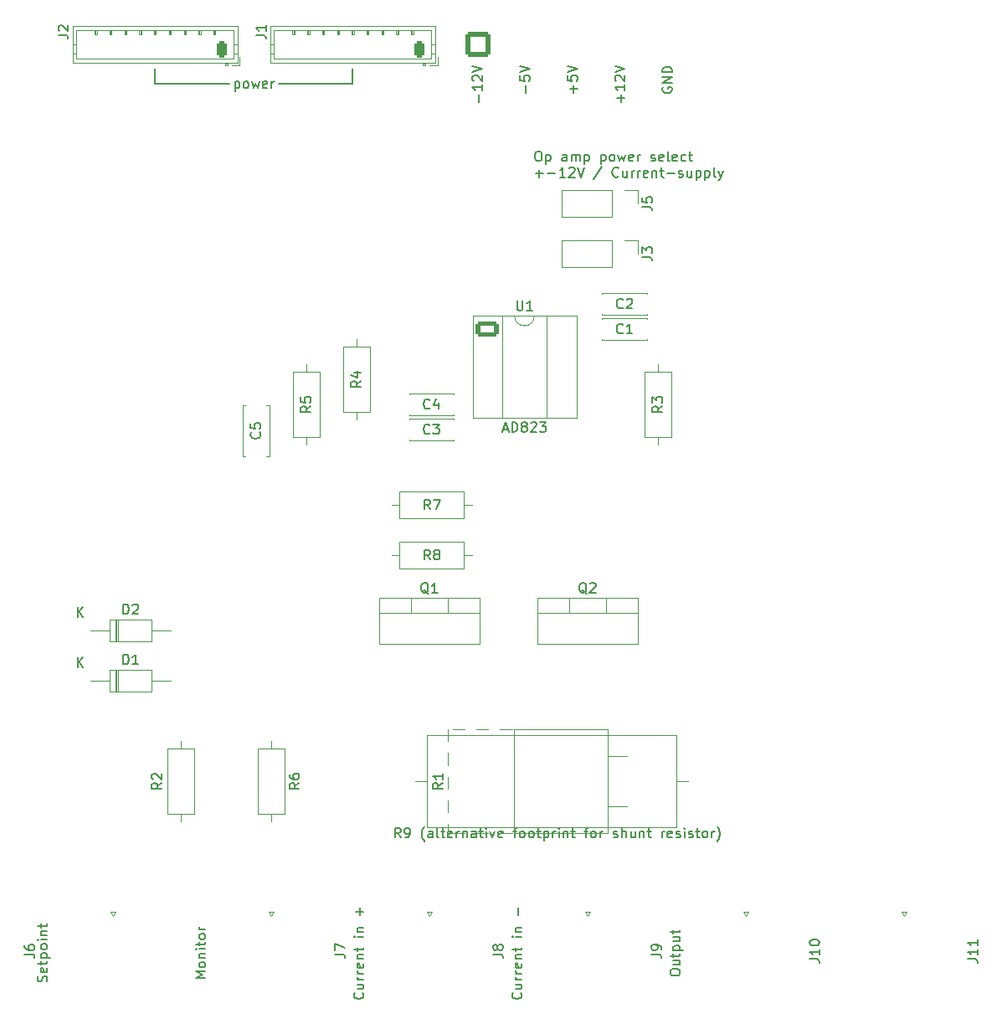
<source format=gto>
G04 #@! TF.GenerationSoftware,KiCad,Pcbnew,9.0.0*
G04 #@! TF.CreationDate,2025-07-04T16:46:46-07:00*
G04 #@! TF.ProjectId,bipolar_current_control,6269706f-6c61-4725-9f63-757272656e74,rev?*
G04 #@! TF.SameCoordinates,Original*
G04 #@! TF.FileFunction,Legend,Top*
G04 #@! TF.FilePolarity,Positive*
%FSLAX46Y46*%
G04 Gerber Fmt 4.6, Leading zero omitted, Abs format (unit mm)*
G04 Created by KiCad (PCBNEW 9.0.0) date 2025-07-04 16:46:46*
%MOMM*%
%LPD*%
G01*
G04 APERTURE LIST*
G04 Aperture macros list*
%AMRoundRect*
0 Rectangle with rounded corners*
0 $1 Rounding radius*
0 $2 $3 $4 $5 $6 $7 $8 $9 X,Y pos of 4 corners*
0 Add a 4 corners polygon primitive as box body*
4,1,4,$2,$3,$4,$5,$6,$7,$8,$9,$2,$3,0*
0 Add four circle primitives for the rounded corners*
1,1,$1+$1,$2,$3*
1,1,$1+$1,$4,$5*
1,1,$1+$1,$6,$7*
1,1,$1+$1,$8,$9*
0 Add four rect primitives between the rounded corners*
20,1,$1+$1,$2,$3,$4,$5,0*
20,1,$1+$1,$4,$5,$6,$7,0*
20,1,$1+$1,$6,$7,$8,$9,0*
20,1,$1+$1,$8,$9,$2,$3,0*%
G04 Aperture macros list end*
%ADD10C,0.150000*%
%ADD11C,0.120000*%
%ADD12C,1.600000*%
%ADD13C,3.500000*%
%ADD14R,2.000000X2.000000*%
%ADD15C,2.000000*%
%ADD16R,1.700000X1.700000*%
%ADD17O,1.700000X1.700000*%
%ADD18R,1.600000X1.600000*%
%ADD19O,1.600000X1.600000*%
%ADD20R,2.290000X5.080000*%
%ADD21R,2.420000X5.080000*%
%ADD22C,2.400000*%
%ADD23O,2.400000X2.400000*%
%ADD24RoundRect,0.249999X-1.025001X-1.025001X1.025001X-1.025001X1.025001X1.025001X-1.025001X1.025001X0*%
%ADD25C,2.550000*%
%ADD26RoundRect,0.250000X0.265000X0.615000X-0.265000X0.615000X-0.265000X-0.615000X0.265000X-0.615000X0*%
%ADD27O,1.030000X1.730000*%
%ADD28C,3.200000*%
%ADD29R,1.905000X2.000000*%
%ADD30O,1.905000X2.000000*%
%ADD31RoundRect,0.250000X-0.950000X-0.550000X0.950000X-0.550000X0.950000X0.550000X-0.950000X0.550000X0*%
%ADD32O,2.400000X1.600000*%
G04 APERTURE END LIST*
D10*
X134250000Y-59000000D02*
X134250000Y-57500000D01*
X126750000Y-59000000D02*
X134250000Y-59000000D01*
X114250000Y-59000000D02*
X114250000Y-57500000D01*
X121750000Y-59000000D02*
X114250000Y-59000000D01*
X122321428Y-58788152D02*
X122321428Y-59788152D01*
X122321428Y-58835771D02*
X122416666Y-58788152D01*
X122416666Y-58788152D02*
X122607142Y-58788152D01*
X122607142Y-58788152D02*
X122702380Y-58835771D01*
X122702380Y-58835771D02*
X122749999Y-58883390D01*
X122749999Y-58883390D02*
X122797618Y-58978628D01*
X122797618Y-58978628D02*
X122797618Y-59264342D01*
X122797618Y-59264342D02*
X122749999Y-59359580D01*
X122749999Y-59359580D02*
X122702380Y-59407200D01*
X122702380Y-59407200D02*
X122607142Y-59454819D01*
X122607142Y-59454819D02*
X122416666Y-59454819D01*
X122416666Y-59454819D02*
X122321428Y-59407200D01*
X123369047Y-59454819D02*
X123273809Y-59407200D01*
X123273809Y-59407200D02*
X123226190Y-59359580D01*
X123226190Y-59359580D02*
X123178571Y-59264342D01*
X123178571Y-59264342D02*
X123178571Y-58978628D01*
X123178571Y-58978628D02*
X123226190Y-58883390D01*
X123226190Y-58883390D02*
X123273809Y-58835771D01*
X123273809Y-58835771D02*
X123369047Y-58788152D01*
X123369047Y-58788152D02*
X123511904Y-58788152D01*
X123511904Y-58788152D02*
X123607142Y-58835771D01*
X123607142Y-58835771D02*
X123654761Y-58883390D01*
X123654761Y-58883390D02*
X123702380Y-58978628D01*
X123702380Y-58978628D02*
X123702380Y-59264342D01*
X123702380Y-59264342D02*
X123654761Y-59359580D01*
X123654761Y-59359580D02*
X123607142Y-59407200D01*
X123607142Y-59407200D02*
X123511904Y-59454819D01*
X123511904Y-59454819D02*
X123369047Y-59454819D01*
X124035714Y-58788152D02*
X124226190Y-59454819D01*
X124226190Y-59454819D02*
X124416666Y-58978628D01*
X124416666Y-58978628D02*
X124607142Y-59454819D01*
X124607142Y-59454819D02*
X124797618Y-58788152D01*
X125559523Y-59407200D02*
X125464285Y-59454819D01*
X125464285Y-59454819D02*
X125273809Y-59454819D01*
X125273809Y-59454819D02*
X125178571Y-59407200D01*
X125178571Y-59407200D02*
X125130952Y-59311961D01*
X125130952Y-59311961D02*
X125130952Y-58931009D01*
X125130952Y-58931009D02*
X125178571Y-58835771D01*
X125178571Y-58835771D02*
X125273809Y-58788152D01*
X125273809Y-58788152D02*
X125464285Y-58788152D01*
X125464285Y-58788152D02*
X125559523Y-58835771D01*
X125559523Y-58835771D02*
X125607142Y-58931009D01*
X125607142Y-58931009D02*
X125607142Y-59026247D01*
X125607142Y-59026247D02*
X125130952Y-59121485D01*
X126035714Y-59454819D02*
X126035714Y-58788152D01*
X126035714Y-58978628D02*
X126083333Y-58883390D01*
X126083333Y-58883390D02*
X126130952Y-58835771D01*
X126130952Y-58835771D02*
X126226190Y-58788152D01*
X126226190Y-58788152D02*
X126321428Y-58788152D01*
X151773866Y-59908207D02*
X151773866Y-59146303D01*
X151154819Y-58193922D02*
X151154819Y-58670112D01*
X151154819Y-58670112D02*
X151631009Y-58717731D01*
X151631009Y-58717731D02*
X151583390Y-58670112D01*
X151583390Y-58670112D02*
X151535771Y-58574874D01*
X151535771Y-58574874D02*
X151535771Y-58336779D01*
X151535771Y-58336779D02*
X151583390Y-58241541D01*
X151583390Y-58241541D02*
X151631009Y-58193922D01*
X151631009Y-58193922D02*
X151726247Y-58146303D01*
X151726247Y-58146303D02*
X151964342Y-58146303D01*
X151964342Y-58146303D02*
X152059580Y-58193922D01*
X152059580Y-58193922D02*
X152107200Y-58241541D01*
X152107200Y-58241541D02*
X152154819Y-58336779D01*
X152154819Y-58336779D02*
X152154819Y-58574874D01*
X152154819Y-58574874D02*
X152107200Y-58670112D01*
X152107200Y-58670112D02*
X152059580Y-58717731D01*
X151154819Y-57860588D02*
X152154819Y-57527255D01*
X152154819Y-57527255D02*
X151154819Y-57193922D01*
X146973866Y-60860588D02*
X146973866Y-60098684D01*
X147354819Y-59098684D02*
X147354819Y-59670112D01*
X147354819Y-59384398D02*
X146354819Y-59384398D01*
X146354819Y-59384398D02*
X146497676Y-59479636D01*
X146497676Y-59479636D02*
X146592914Y-59574874D01*
X146592914Y-59574874D02*
X146640533Y-59670112D01*
X146450057Y-58717731D02*
X146402438Y-58670112D01*
X146402438Y-58670112D02*
X146354819Y-58574874D01*
X146354819Y-58574874D02*
X146354819Y-58336779D01*
X146354819Y-58336779D02*
X146402438Y-58241541D01*
X146402438Y-58241541D02*
X146450057Y-58193922D01*
X146450057Y-58193922D02*
X146545295Y-58146303D01*
X146545295Y-58146303D02*
X146640533Y-58146303D01*
X146640533Y-58146303D02*
X146783390Y-58193922D01*
X146783390Y-58193922D02*
X147354819Y-58765350D01*
X147354819Y-58765350D02*
X147354819Y-58146303D01*
X146354819Y-57860588D02*
X147354819Y-57527255D01*
X147354819Y-57527255D02*
X146354819Y-57193922D01*
X156573866Y-59908207D02*
X156573866Y-59146303D01*
X156954819Y-59527255D02*
X156192914Y-59527255D01*
X155954819Y-58193922D02*
X155954819Y-58670112D01*
X155954819Y-58670112D02*
X156431009Y-58717731D01*
X156431009Y-58717731D02*
X156383390Y-58670112D01*
X156383390Y-58670112D02*
X156335771Y-58574874D01*
X156335771Y-58574874D02*
X156335771Y-58336779D01*
X156335771Y-58336779D02*
X156383390Y-58241541D01*
X156383390Y-58241541D02*
X156431009Y-58193922D01*
X156431009Y-58193922D02*
X156526247Y-58146303D01*
X156526247Y-58146303D02*
X156764342Y-58146303D01*
X156764342Y-58146303D02*
X156859580Y-58193922D01*
X156859580Y-58193922D02*
X156907200Y-58241541D01*
X156907200Y-58241541D02*
X156954819Y-58336779D01*
X156954819Y-58336779D02*
X156954819Y-58574874D01*
X156954819Y-58574874D02*
X156907200Y-58670112D01*
X156907200Y-58670112D02*
X156859580Y-58717731D01*
X155954819Y-57860588D02*
X156954819Y-57527255D01*
X156954819Y-57527255D02*
X155954819Y-57193922D01*
X161373866Y-60860588D02*
X161373866Y-60098684D01*
X161754819Y-60479636D02*
X160992914Y-60479636D01*
X161754819Y-59098684D02*
X161754819Y-59670112D01*
X161754819Y-59384398D02*
X160754819Y-59384398D01*
X160754819Y-59384398D02*
X160897676Y-59479636D01*
X160897676Y-59479636D02*
X160992914Y-59574874D01*
X160992914Y-59574874D02*
X161040533Y-59670112D01*
X160850057Y-58717731D02*
X160802438Y-58670112D01*
X160802438Y-58670112D02*
X160754819Y-58574874D01*
X160754819Y-58574874D02*
X160754819Y-58336779D01*
X160754819Y-58336779D02*
X160802438Y-58241541D01*
X160802438Y-58241541D02*
X160850057Y-58193922D01*
X160850057Y-58193922D02*
X160945295Y-58146303D01*
X160945295Y-58146303D02*
X161040533Y-58146303D01*
X161040533Y-58146303D02*
X161183390Y-58193922D01*
X161183390Y-58193922D02*
X161754819Y-58765350D01*
X161754819Y-58765350D02*
X161754819Y-58146303D01*
X160754819Y-57860588D02*
X161754819Y-57527255D01*
X161754819Y-57527255D02*
X160754819Y-57193922D01*
X165602438Y-59384398D02*
X165554819Y-59479636D01*
X165554819Y-59479636D02*
X165554819Y-59622493D01*
X165554819Y-59622493D02*
X165602438Y-59765350D01*
X165602438Y-59765350D02*
X165697676Y-59860588D01*
X165697676Y-59860588D02*
X165792914Y-59908207D01*
X165792914Y-59908207D02*
X165983390Y-59955826D01*
X165983390Y-59955826D02*
X166126247Y-59955826D01*
X166126247Y-59955826D02*
X166316723Y-59908207D01*
X166316723Y-59908207D02*
X166411961Y-59860588D01*
X166411961Y-59860588D02*
X166507200Y-59765350D01*
X166507200Y-59765350D02*
X166554819Y-59622493D01*
X166554819Y-59622493D02*
X166554819Y-59527255D01*
X166554819Y-59527255D02*
X166507200Y-59384398D01*
X166507200Y-59384398D02*
X166459580Y-59336779D01*
X166459580Y-59336779D02*
X166126247Y-59336779D01*
X166126247Y-59336779D02*
X166126247Y-59527255D01*
X166554819Y-58908207D02*
X165554819Y-58908207D01*
X165554819Y-58908207D02*
X166554819Y-58336779D01*
X166554819Y-58336779D02*
X165554819Y-58336779D01*
X166554819Y-57860588D02*
X165554819Y-57860588D01*
X165554819Y-57860588D02*
X165554819Y-57622493D01*
X165554819Y-57622493D02*
X165602438Y-57479636D01*
X165602438Y-57479636D02*
X165697676Y-57384398D01*
X165697676Y-57384398D02*
X165792914Y-57336779D01*
X165792914Y-57336779D02*
X165983390Y-57289160D01*
X165983390Y-57289160D02*
X166126247Y-57289160D01*
X166126247Y-57289160D02*
X166316723Y-57336779D01*
X166316723Y-57336779D02*
X166411961Y-57384398D01*
X166411961Y-57384398D02*
X166507200Y-57479636D01*
X166507200Y-57479636D02*
X166554819Y-57622493D01*
X166554819Y-57622493D02*
X166554819Y-57860588D01*
X152927255Y-65839875D02*
X153117731Y-65839875D01*
X153117731Y-65839875D02*
X153212969Y-65887494D01*
X153212969Y-65887494D02*
X153308207Y-65982732D01*
X153308207Y-65982732D02*
X153355826Y-66173208D01*
X153355826Y-66173208D02*
X153355826Y-66506541D01*
X153355826Y-66506541D02*
X153308207Y-66697017D01*
X153308207Y-66697017D02*
X153212969Y-66792256D01*
X153212969Y-66792256D02*
X153117731Y-66839875D01*
X153117731Y-66839875D02*
X152927255Y-66839875D01*
X152927255Y-66839875D02*
X152832017Y-66792256D01*
X152832017Y-66792256D02*
X152736779Y-66697017D01*
X152736779Y-66697017D02*
X152689160Y-66506541D01*
X152689160Y-66506541D02*
X152689160Y-66173208D01*
X152689160Y-66173208D02*
X152736779Y-65982732D01*
X152736779Y-65982732D02*
X152832017Y-65887494D01*
X152832017Y-65887494D02*
X152927255Y-65839875D01*
X153784398Y-66173208D02*
X153784398Y-67173208D01*
X153784398Y-66220827D02*
X153879636Y-66173208D01*
X153879636Y-66173208D02*
X154070112Y-66173208D01*
X154070112Y-66173208D02*
X154165350Y-66220827D01*
X154165350Y-66220827D02*
X154212969Y-66268446D01*
X154212969Y-66268446D02*
X154260588Y-66363684D01*
X154260588Y-66363684D02*
X154260588Y-66649398D01*
X154260588Y-66649398D02*
X154212969Y-66744636D01*
X154212969Y-66744636D02*
X154165350Y-66792256D01*
X154165350Y-66792256D02*
X154070112Y-66839875D01*
X154070112Y-66839875D02*
X153879636Y-66839875D01*
X153879636Y-66839875D02*
X153784398Y-66792256D01*
X155879636Y-66839875D02*
X155879636Y-66316065D01*
X155879636Y-66316065D02*
X155832017Y-66220827D01*
X155832017Y-66220827D02*
X155736779Y-66173208D01*
X155736779Y-66173208D02*
X155546303Y-66173208D01*
X155546303Y-66173208D02*
X155451065Y-66220827D01*
X155879636Y-66792256D02*
X155784398Y-66839875D01*
X155784398Y-66839875D02*
X155546303Y-66839875D01*
X155546303Y-66839875D02*
X155451065Y-66792256D01*
X155451065Y-66792256D02*
X155403446Y-66697017D01*
X155403446Y-66697017D02*
X155403446Y-66601779D01*
X155403446Y-66601779D02*
X155451065Y-66506541D01*
X155451065Y-66506541D02*
X155546303Y-66458922D01*
X155546303Y-66458922D02*
X155784398Y-66458922D01*
X155784398Y-66458922D02*
X155879636Y-66411303D01*
X156355827Y-66839875D02*
X156355827Y-66173208D01*
X156355827Y-66268446D02*
X156403446Y-66220827D01*
X156403446Y-66220827D02*
X156498684Y-66173208D01*
X156498684Y-66173208D02*
X156641541Y-66173208D01*
X156641541Y-66173208D02*
X156736779Y-66220827D01*
X156736779Y-66220827D02*
X156784398Y-66316065D01*
X156784398Y-66316065D02*
X156784398Y-66839875D01*
X156784398Y-66316065D02*
X156832017Y-66220827D01*
X156832017Y-66220827D02*
X156927255Y-66173208D01*
X156927255Y-66173208D02*
X157070112Y-66173208D01*
X157070112Y-66173208D02*
X157165351Y-66220827D01*
X157165351Y-66220827D02*
X157212970Y-66316065D01*
X157212970Y-66316065D02*
X157212970Y-66839875D01*
X157689160Y-66173208D02*
X157689160Y-67173208D01*
X157689160Y-66220827D02*
X157784398Y-66173208D01*
X157784398Y-66173208D02*
X157974874Y-66173208D01*
X157974874Y-66173208D02*
X158070112Y-66220827D01*
X158070112Y-66220827D02*
X158117731Y-66268446D01*
X158117731Y-66268446D02*
X158165350Y-66363684D01*
X158165350Y-66363684D02*
X158165350Y-66649398D01*
X158165350Y-66649398D02*
X158117731Y-66744636D01*
X158117731Y-66744636D02*
X158070112Y-66792256D01*
X158070112Y-66792256D02*
X157974874Y-66839875D01*
X157974874Y-66839875D02*
X157784398Y-66839875D01*
X157784398Y-66839875D02*
X157689160Y-66792256D01*
X159355827Y-66173208D02*
X159355827Y-67173208D01*
X159355827Y-66220827D02*
X159451065Y-66173208D01*
X159451065Y-66173208D02*
X159641541Y-66173208D01*
X159641541Y-66173208D02*
X159736779Y-66220827D01*
X159736779Y-66220827D02*
X159784398Y-66268446D01*
X159784398Y-66268446D02*
X159832017Y-66363684D01*
X159832017Y-66363684D02*
X159832017Y-66649398D01*
X159832017Y-66649398D02*
X159784398Y-66744636D01*
X159784398Y-66744636D02*
X159736779Y-66792256D01*
X159736779Y-66792256D02*
X159641541Y-66839875D01*
X159641541Y-66839875D02*
X159451065Y-66839875D01*
X159451065Y-66839875D02*
X159355827Y-66792256D01*
X160403446Y-66839875D02*
X160308208Y-66792256D01*
X160308208Y-66792256D02*
X160260589Y-66744636D01*
X160260589Y-66744636D02*
X160212970Y-66649398D01*
X160212970Y-66649398D02*
X160212970Y-66363684D01*
X160212970Y-66363684D02*
X160260589Y-66268446D01*
X160260589Y-66268446D02*
X160308208Y-66220827D01*
X160308208Y-66220827D02*
X160403446Y-66173208D01*
X160403446Y-66173208D02*
X160546303Y-66173208D01*
X160546303Y-66173208D02*
X160641541Y-66220827D01*
X160641541Y-66220827D02*
X160689160Y-66268446D01*
X160689160Y-66268446D02*
X160736779Y-66363684D01*
X160736779Y-66363684D02*
X160736779Y-66649398D01*
X160736779Y-66649398D02*
X160689160Y-66744636D01*
X160689160Y-66744636D02*
X160641541Y-66792256D01*
X160641541Y-66792256D02*
X160546303Y-66839875D01*
X160546303Y-66839875D02*
X160403446Y-66839875D01*
X161070113Y-66173208D02*
X161260589Y-66839875D01*
X161260589Y-66839875D02*
X161451065Y-66363684D01*
X161451065Y-66363684D02*
X161641541Y-66839875D01*
X161641541Y-66839875D02*
X161832017Y-66173208D01*
X162593922Y-66792256D02*
X162498684Y-66839875D01*
X162498684Y-66839875D02*
X162308208Y-66839875D01*
X162308208Y-66839875D02*
X162212970Y-66792256D01*
X162212970Y-66792256D02*
X162165351Y-66697017D01*
X162165351Y-66697017D02*
X162165351Y-66316065D01*
X162165351Y-66316065D02*
X162212970Y-66220827D01*
X162212970Y-66220827D02*
X162308208Y-66173208D01*
X162308208Y-66173208D02*
X162498684Y-66173208D01*
X162498684Y-66173208D02*
X162593922Y-66220827D01*
X162593922Y-66220827D02*
X162641541Y-66316065D01*
X162641541Y-66316065D02*
X162641541Y-66411303D01*
X162641541Y-66411303D02*
X162165351Y-66506541D01*
X163070113Y-66839875D02*
X163070113Y-66173208D01*
X163070113Y-66363684D02*
X163117732Y-66268446D01*
X163117732Y-66268446D02*
X163165351Y-66220827D01*
X163165351Y-66220827D02*
X163260589Y-66173208D01*
X163260589Y-66173208D02*
X163355827Y-66173208D01*
X164403447Y-66792256D02*
X164498685Y-66839875D01*
X164498685Y-66839875D02*
X164689161Y-66839875D01*
X164689161Y-66839875D02*
X164784399Y-66792256D01*
X164784399Y-66792256D02*
X164832018Y-66697017D01*
X164832018Y-66697017D02*
X164832018Y-66649398D01*
X164832018Y-66649398D02*
X164784399Y-66554160D01*
X164784399Y-66554160D02*
X164689161Y-66506541D01*
X164689161Y-66506541D02*
X164546304Y-66506541D01*
X164546304Y-66506541D02*
X164451066Y-66458922D01*
X164451066Y-66458922D02*
X164403447Y-66363684D01*
X164403447Y-66363684D02*
X164403447Y-66316065D01*
X164403447Y-66316065D02*
X164451066Y-66220827D01*
X164451066Y-66220827D02*
X164546304Y-66173208D01*
X164546304Y-66173208D02*
X164689161Y-66173208D01*
X164689161Y-66173208D02*
X164784399Y-66220827D01*
X165641542Y-66792256D02*
X165546304Y-66839875D01*
X165546304Y-66839875D02*
X165355828Y-66839875D01*
X165355828Y-66839875D02*
X165260590Y-66792256D01*
X165260590Y-66792256D02*
X165212971Y-66697017D01*
X165212971Y-66697017D02*
X165212971Y-66316065D01*
X165212971Y-66316065D02*
X165260590Y-66220827D01*
X165260590Y-66220827D02*
X165355828Y-66173208D01*
X165355828Y-66173208D02*
X165546304Y-66173208D01*
X165546304Y-66173208D02*
X165641542Y-66220827D01*
X165641542Y-66220827D02*
X165689161Y-66316065D01*
X165689161Y-66316065D02*
X165689161Y-66411303D01*
X165689161Y-66411303D02*
X165212971Y-66506541D01*
X166260590Y-66839875D02*
X166165352Y-66792256D01*
X166165352Y-66792256D02*
X166117733Y-66697017D01*
X166117733Y-66697017D02*
X166117733Y-65839875D01*
X167022495Y-66792256D02*
X166927257Y-66839875D01*
X166927257Y-66839875D02*
X166736781Y-66839875D01*
X166736781Y-66839875D02*
X166641543Y-66792256D01*
X166641543Y-66792256D02*
X166593924Y-66697017D01*
X166593924Y-66697017D02*
X166593924Y-66316065D01*
X166593924Y-66316065D02*
X166641543Y-66220827D01*
X166641543Y-66220827D02*
X166736781Y-66173208D01*
X166736781Y-66173208D02*
X166927257Y-66173208D01*
X166927257Y-66173208D02*
X167022495Y-66220827D01*
X167022495Y-66220827D02*
X167070114Y-66316065D01*
X167070114Y-66316065D02*
X167070114Y-66411303D01*
X167070114Y-66411303D02*
X166593924Y-66506541D01*
X167927257Y-66792256D02*
X167832019Y-66839875D01*
X167832019Y-66839875D02*
X167641543Y-66839875D01*
X167641543Y-66839875D02*
X167546305Y-66792256D01*
X167546305Y-66792256D02*
X167498686Y-66744636D01*
X167498686Y-66744636D02*
X167451067Y-66649398D01*
X167451067Y-66649398D02*
X167451067Y-66363684D01*
X167451067Y-66363684D02*
X167498686Y-66268446D01*
X167498686Y-66268446D02*
X167546305Y-66220827D01*
X167546305Y-66220827D02*
X167641543Y-66173208D01*
X167641543Y-66173208D02*
X167832019Y-66173208D01*
X167832019Y-66173208D02*
X167927257Y-66220827D01*
X168212972Y-66173208D02*
X168593924Y-66173208D01*
X168355829Y-65839875D02*
X168355829Y-66697017D01*
X168355829Y-66697017D02*
X168403448Y-66792256D01*
X168403448Y-66792256D02*
X168498686Y-66839875D01*
X168498686Y-66839875D02*
X168593924Y-66839875D01*
X152736779Y-68068866D02*
X153498684Y-68068866D01*
X153117731Y-68449819D02*
X153117731Y-67687914D01*
X153974874Y-68068866D02*
X154736779Y-68068866D01*
X155736778Y-68449819D02*
X155165350Y-68449819D01*
X155451064Y-68449819D02*
X155451064Y-67449819D01*
X155451064Y-67449819D02*
X155355826Y-67592676D01*
X155355826Y-67592676D02*
X155260588Y-67687914D01*
X155260588Y-67687914D02*
X155165350Y-67735533D01*
X156117731Y-67545057D02*
X156165350Y-67497438D01*
X156165350Y-67497438D02*
X156260588Y-67449819D01*
X156260588Y-67449819D02*
X156498683Y-67449819D01*
X156498683Y-67449819D02*
X156593921Y-67497438D01*
X156593921Y-67497438D02*
X156641540Y-67545057D01*
X156641540Y-67545057D02*
X156689159Y-67640295D01*
X156689159Y-67640295D02*
X156689159Y-67735533D01*
X156689159Y-67735533D02*
X156641540Y-67878390D01*
X156641540Y-67878390D02*
X156070112Y-68449819D01*
X156070112Y-68449819D02*
X156689159Y-68449819D01*
X156974874Y-67449819D02*
X157308207Y-68449819D01*
X157308207Y-68449819D02*
X157641540Y-67449819D01*
X159451064Y-67402200D02*
X158593922Y-68687914D01*
X161117731Y-68354580D02*
X161070112Y-68402200D01*
X161070112Y-68402200D02*
X160927255Y-68449819D01*
X160927255Y-68449819D02*
X160832017Y-68449819D01*
X160832017Y-68449819D02*
X160689160Y-68402200D01*
X160689160Y-68402200D02*
X160593922Y-68306961D01*
X160593922Y-68306961D02*
X160546303Y-68211723D01*
X160546303Y-68211723D02*
X160498684Y-68021247D01*
X160498684Y-68021247D02*
X160498684Y-67878390D01*
X160498684Y-67878390D02*
X160546303Y-67687914D01*
X160546303Y-67687914D02*
X160593922Y-67592676D01*
X160593922Y-67592676D02*
X160689160Y-67497438D01*
X160689160Y-67497438D02*
X160832017Y-67449819D01*
X160832017Y-67449819D02*
X160927255Y-67449819D01*
X160927255Y-67449819D02*
X161070112Y-67497438D01*
X161070112Y-67497438D02*
X161117731Y-67545057D01*
X161974874Y-67783152D02*
X161974874Y-68449819D01*
X161546303Y-67783152D02*
X161546303Y-68306961D01*
X161546303Y-68306961D02*
X161593922Y-68402200D01*
X161593922Y-68402200D02*
X161689160Y-68449819D01*
X161689160Y-68449819D02*
X161832017Y-68449819D01*
X161832017Y-68449819D02*
X161927255Y-68402200D01*
X161927255Y-68402200D02*
X161974874Y-68354580D01*
X162451065Y-68449819D02*
X162451065Y-67783152D01*
X162451065Y-67973628D02*
X162498684Y-67878390D01*
X162498684Y-67878390D02*
X162546303Y-67830771D01*
X162546303Y-67830771D02*
X162641541Y-67783152D01*
X162641541Y-67783152D02*
X162736779Y-67783152D01*
X163070113Y-68449819D02*
X163070113Y-67783152D01*
X163070113Y-67973628D02*
X163117732Y-67878390D01*
X163117732Y-67878390D02*
X163165351Y-67830771D01*
X163165351Y-67830771D02*
X163260589Y-67783152D01*
X163260589Y-67783152D02*
X163355827Y-67783152D01*
X164070113Y-68402200D02*
X163974875Y-68449819D01*
X163974875Y-68449819D02*
X163784399Y-68449819D01*
X163784399Y-68449819D02*
X163689161Y-68402200D01*
X163689161Y-68402200D02*
X163641542Y-68306961D01*
X163641542Y-68306961D02*
X163641542Y-67926009D01*
X163641542Y-67926009D02*
X163689161Y-67830771D01*
X163689161Y-67830771D02*
X163784399Y-67783152D01*
X163784399Y-67783152D02*
X163974875Y-67783152D01*
X163974875Y-67783152D02*
X164070113Y-67830771D01*
X164070113Y-67830771D02*
X164117732Y-67926009D01*
X164117732Y-67926009D02*
X164117732Y-68021247D01*
X164117732Y-68021247D02*
X163641542Y-68116485D01*
X164546304Y-67783152D02*
X164546304Y-68449819D01*
X164546304Y-67878390D02*
X164593923Y-67830771D01*
X164593923Y-67830771D02*
X164689161Y-67783152D01*
X164689161Y-67783152D02*
X164832018Y-67783152D01*
X164832018Y-67783152D02*
X164927256Y-67830771D01*
X164927256Y-67830771D02*
X164974875Y-67926009D01*
X164974875Y-67926009D02*
X164974875Y-68449819D01*
X165308209Y-67783152D02*
X165689161Y-67783152D01*
X165451066Y-67449819D02*
X165451066Y-68306961D01*
X165451066Y-68306961D02*
X165498685Y-68402200D01*
X165498685Y-68402200D02*
X165593923Y-68449819D01*
X165593923Y-68449819D02*
X165689161Y-68449819D01*
X166022495Y-68068866D02*
X166784400Y-68068866D01*
X167212971Y-68402200D02*
X167308209Y-68449819D01*
X167308209Y-68449819D02*
X167498685Y-68449819D01*
X167498685Y-68449819D02*
X167593923Y-68402200D01*
X167593923Y-68402200D02*
X167641542Y-68306961D01*
X167641542Y-68306961D02*
X167641542Y-68259342D01*
X167641542Y-68259342D02*
X167593923Y-68164104D01*
X167593923Y-68164104D02*
X167498685Y-68116485D01*
X167498685Y-68116485D02*
X167355828Y-68116485D01*
X167355828Y-68116485D02*
X167260590Y-68068866D01*
X167260590Y-68068866D02*
X167212971Y-67973628D01*
X167212971Y-67973628D02*
X167212971Y-67926009D01*
X167212971Y-67926009D02*
X167260590Y-67830771D01*
X167260590Y-67830771D02*
X167355828Y-67783152D01*
X167355828Y-67783152D02*
X167498685Y-67783152D01*
X167498685Y-67783152D02*
X167593923Y-67830771D01*
X168498685Y-67783152D02*
X168498685Y-68449819D01*
X168070114Y-67783152D02*
X168070114Y-68306961D01*
X168070114Y-68306961D02*
X168117733Y-68402200D01*
X168117733Y-68402200D02*
X168212971Y-68449819D01*
X168212971Y-68449819D02*
X168355828Y-68449819D01*
X168355828Y-68449819D02*
X168451066Y-68402200D01*
X168451066Y-68402200D02*
X168498685Y-68354580D01*
X168974876Y-67783152D02*
X168974876Y-68783152D01*
X168974876Y-67830771D02*
X169070114Y-67783152D01*
X169070114Y-67783152D02*
X169260590Y-67783152D01*
X169260590Y-67783152D02*
X169355828Y-67830771D01*
X169355828Y-67830771D02*
X169403447Y-67878390D01*
X169403447Y-67878390D02*
X169451066Y-67973628D01*
X169451066Y-67973628D02*
X169451066Y-68259342D01*
X169451066Y-68259342D02*
X169403447Y-68354580D01*
X169403447Y-68354580D02*
X169355828Y-68402200D01*
X169355828Y-68402200D02*
X169260590Y-68449819D01*
X169260590Y-68449819D02*
X169070114Y-68449819D01*
X169070114Y-68449819D02*
X168974876Y-68402200D01*
X169879638Y-67783152D02*
X169879638Y-68783152D01*
X169879638Y-67830771D02*
X169974876Y-67783152D01*
X169974876Y-67783152D02*
X170165352Y-67783152D01*
X170165352Y-67783152D02*
X170260590Y-67830771D01*
X170260590Y-67830771D02*
X170308209Y-67878390D01*
X170308209Y-67878390D02*
X170355828Y-67973628D01*
X170355828Y-67973628D02*
X170355828Y-68259342D01*
X170355828Y-68259342D02*
X170308209Y-68354580D01*
X170308209Y-68354580D02*
X170260590Y-68402200D01*
X170260590Y-68402200D02*
X170165352Y-68449819D01*
X170165352Y-68449819D02*
X169974876Y-68449819D01*
X169974876Y-68449819D02*
X169879638Y-68402200D01*
X170927257Y-68449819D02*
X170832019Y-68402200D01*
X170832019Y-68402200D02*
X170784400Y-68306961D01*
X170784400Y-68306961D02*
X170784400Y-67449819D01*
X171212972Y-67783152D02*
X171451067Y-68449819D01*
X171689162Y-67783152D02*
X171451067Y-68449819D01*
X171451067Y-68449819D02*
X171355829Y-68687914D01*
X171355829Y-68687914D02*
X171308210Y-68735533D01*
X171308210Y-68735533D02*
X171212972Y-68783152D01*
X161578333Y-84179580D02*
X161530714Y-84227200D01*
X161530714Y-84227200D02*
X161387857Y-84274819D01*
X161387857Y-84274819D02*
X161292619Y-84274819D01*
X161292619Y-84274819D02*
X161149762Y-84227200D01*
X161149762Y-84227200D02*
X161054524Y-84131961D01*
X161054524Y-84131961D02*
X161006905Y-84036723D01*
X161006905Y-84036723D02*
X160959286Y-83846247D01*
X160959286Y-83846247D02*
X160959286Y-83703390D01*
X160959286Y-83703390D02*
X161006905Y-83512914D01*
X161006905Y-83512914D02*
X161054524Y-83417676D01*
X161054524Y-83417676D02*
X161149762Y-83322438D01*
X161149762Y-83322438D02*
X161292619Y-83274819D01*
X161292619Y-83274819D02*
X161387857Y-83274819D01*
X161387857Y-83274819D02*
X161530714Y-83322438D01*
X161530714Y-83322438D02*
X161578333Y-83370057D01*
X162530714Y-84274819D02*
X161959286Y-84274819D01*
X162245000Y-84274819D02*
X162245000Y-83274819D01*
X162245000Y-83274819D02*
X162149762Y-83417676D01*
X162149762Y-83417676D02*
X162054524Y-83512914D01*
X162054524Y-83512914D02*
X161959286Y-83560533D01*
X143354819Y-129706666D02*
X142878628Y-130039999D01*
X143354819Y-130278094D02*
X142354819Y-130278094D01*
X142354819Y-130278094D02*
X142354819Y-129897142D01*
X142354819Y-129897142D02*
X142402438Y-129801904D01*
X142402438Y-129801904D02*
X142450057Y-129754285D01*
X142450057Y-129754285D02*
X142545295Y-129706666D01*
X142545295Y-129706666D02*
X142688152Y-129706666D01*
X142688152Y-129706666D02*
X142783390Y-129754285D01*
X142783390Y-129754285D02*
X142831009Y-129801904D01*
X142831009Y-129801904D02*
X142878628Y-129897142D01*
X142878628Y-129897142D02*
X142878628Y-130278094D01*
X143354819Y-128754285D02*
X143354819Y-129325713D01*
X143354819Y-129039999D02*
X142354819Y-129039999D01*
X142354819Y-129039999D02*
X142497676Y-129135237D01*
X142497676Y-129135237D02*
X142592914Y-129230475D01*
X142592914Y-129230475D02*
X142640533Y-129325713D01*
X163529819Y-76533333D02*
X164244104Y-76533333D01*
X164244104Y-76533333D02*
X164386961Y-76580952D01*
X164386961Y-76580952D02*
X164482200Y-76676190D01*
X164482200Y-76676190D02*
X164529819Y-76819047D01*
X164529819Y-76819047D02*
X164529819Y-76914285D01*
X163529819Y-76152380D02*
X163529819Y-75533333D01*
X163529819Y-75533333D02*
X163910771Y-75866666D01*
X163910771Y-75866666D02*
X163910771Y-75723809D01*
X163910771Y-75723809D02*
X163958390Y-75628571D01*
X163958390Y-75628571D02*
X164006009Y-75580952D01*
X164006009Y-75580952D02*
X164101247Y-75533333D01*
X164101247Y-75533333D02*
X164339342Y-75533333D01*
X164339342Y-75533333D02*
X164434580Y-75580952D01*
X164434580Y-75580952D02*
X164482200Y-75628571D01*
X164482200Y-75628571D02*
X164529819Y-75723809D01*
X164529819Y-75723809D02*
X164529819Y-76009523D01*
X164529819Y-76009523D02*
X164482200Y-76104761D01*
X164482200Y-76104761D02*
X164434580Y-76152380D01*
X111021905Y-112634819D02*
X111021905Y-111634819D01*
X111021905Y-111634819D02*
X111260000Y-111634819D01*
X111260000Y-111634819D02*
X111402857Y-111682438D01*
X111402857Y-111682438D02*
X111498095Y-111777676D01*
X111498095Y-111777676D02*
X111545714Y-111872914D01*
X111545714Y-111872914D02*
X111593333Y-112063390D01*
X111593333Y-112063390D02*
X111593333Y-112206247D01*
X111593333Y-112206247D02*
X111545714Y-112396723D01*
X111545714Y-112396723D02*
X111498095Y-112491961D01*
X111498095Y-112491961D02*
X111402857Y-112587200D01*
X111402857Y-112587200D02*
X111260000Y-112634819D01*
X111260000Y-112634819D02*
X111021905Y-112634819D01*
X111974286Y-111730057D02*
X112021905Y-111682438D01*
X112021905Y-111682438D02*
X112117143Y-111634819D01*
X112117143Y-111634819D02*
X112355238Y-111634819D01*
X112355238Y-111634819D02*
X112450476Y-111682438D01*
X112450476Y-111682438D02*
X112498095Y-111730057D01*
X112498095Y-111730057D02*
X112545714Y-111825295D01*
X112545714Y-111825295D02*
X112545714Y-111920533D01*
X112545714Y-111920533D02*
X112498095Y-112063390D01*
X112498095Y-112063390D02*
X111926667Y-112634819D01*
X111926667Y-112634819D02*
X112545714Y-112634819D01*
X106418095Y-112954819D02*
X106418095Y-111954819D01*
X106989523Y-112954819D02*
X106560952Y-112383390D01*
X106989523Y-111954819D02*
X106418095Y-112526247D01*
X196454819Y-147519523D02*
X197169104Y-147519523D01*
X197169104Y-147519523D02*
X197311961Y-147567142D01*
X197311961Y-147567142D02*
X197407200Y-147662380D01*
X197407200Y-147662380D02*
X197454819Y-147805237D01*
X197454819Y-147805237D02*
X197454819Y-147900475D01*
X197454819Y-146519523D02*
X197454819Y-147090951D01*
X197454819Y-146805237D02*
X196454819Y-146805237D01*
X196454819Y-146805237D02*
X196597676Y-146900475D01*
X196597676Y-146900475D02*
X196692914Y-146995713D01*
X196692914Y-146995713D02*
X196740533Y-147090951D01*
X197454819Y-145567142D02*
X197454819Y-146138570D01*
X197454819Y-145852856D02*
X196454819Y-145852856D01*
X196454819Y-145852856D02*
X196597676Y-145948094D01*
X196597676Y-145948094D02*
X196692914Y-146043332D01*
X196692914Y-146043332D02*
X196740533Y-146138570D01*
X139082852Y-135244819D02*
X138749519Y-134768628D01*
X138511424Y-135244819D02*
X138511424Y-134244819D01*
X138511424Y-134244819D02*
X138892376Y-134244819D01*
X138892376Y-134244819D02*
X138987614Y-134292438D01*
X138987614Y-134292438D02*
X139035233Y-134340057D01*
X139035233Y-134340057D02*
X139082852Y-134435295D01*
X139082852Y-134435295D02*
X139082852Y-134578152D01*
X139082852Y-134578152D02*
X139035233Y-134673390D01*
X139035233Y-134673390D02*
X138987614Y-134721009D01*
X138987614Y-134721009D02*
X138892376Y-134768628D01*
X138892376Y-134768628D02*
X138511424Y-134768628D01*
X139559043Y-135244819D02*
X139749519Y-135244819D01*
X139749519Y-135244819D02*
X139844757Y-135197200D01*
X139844757Y-135197200D02*
X139892376Y-135149580D01*
X139892376Y-135149580D02*
X139987614Y-135006723D01*
X139987614Y-135006723D02*
X140035233Y-134816247D01*
X140035233Y-134816247D02*
X140035233Y-134435295D01*
X140035233Y-134435295D02*
X139987614Y-134340057D01*
X139987614Y-134340057D02*
X139939995Y-134292438D01*
X139939995Y-134292438D02*
X139844757Y-134244819D01*
X139844757Y-134244819D02*
X139654281Y-134244819D01*
X139654281Y-134244819D02*
X139559043Y-134292438D01*
X139559043Y-134292438D02*
X139511424Y-134340057D01*
X139511424Y-134340057D02*
X139463805Y-134435295D01*
X139463805Y-134435295D02*
X139463805Y-134673390D01*
X139463805Y-134673390D02*
X139511424Y-134768628D01*
X139511424Y-134768628D02*
X139559043Y-134816247D01*
X139559043Y-134816247D02*
X139654281Y-134863866D01*
X139654281Y-134863866D02*
X139844757Y-134863866D01*
X139844757Y-134863866D02*
X139939995Y-134816247D01*
X139939995Y-134816247D02*
X139987614Y-134768628D01*
X139987614Y-134768628D02*
X140035233Y-134673390D01*
X141511424Y-135625771D02*
X141463805Y-135578152D01*
X141463805Y-135578152D02*
X141368567Y-135435295D01*
X141368567Y-135435295D02*
X141320948Y-135340057D01*
X141320948Y-135340057D02*
X141273329Y-135197200D01*
X141273329Y-135197200D02*
X141225710Y-134959104D01*
X141225710Y-134959104D02*
X141225710Y-134768628D01*
X141225710Y-134768628D02*
X141273329Y-134530533D01*
X141273329Y-134530533D02*
X141320948Y-134387676D01*
X141320948Y-134387676D02*
X141368567Y-134292438D01*
X141368567Y-134292438D02*
X141463805Y-134149580D01*
X141463805Y-134149580D02*
X141511424Y-134101961D01*
X142320948Y-135244819D02*
X142320948Y-134721009D01*
X142320948Y-134721009D02*
X142273329Y-134625771D01*
X142273329Y-134625771D02*
X142178091Y-134578152D01*
X142178091Y-134578152D02*
X141987615Y-134578152D01*
X141987615Y-134578152D02*
X141892377Y-134625771D01*
X142320948Y-135197200D02*
X142225710Y-135244819D01*
X142225710Y-135244819D02*
X141987615Y-135244819D01*
X141987615Y-135244819D02*
X141892377Y-135197200D01*
X141892377Y-135197200D02*
X141844758Y-135101961D01*
X141844758Y-135101961D02*
X141844758Y-135006723D01*
X141844758Y-135006723D02*
X141892377Y-134911485D01*
X141892377Y-134911485D02*
X141987615Y-134863866D01*
X141987615Y-134863866D02*
X142225710Y-134863866D01*
X142225710Y-134863866D02*
X142320948Y-134816247D01*
X142939996Y-135244819D02*
X142844758Y-135197200D01*
X142844758Y-135197200D02*
X142797139Y-135101961D01*
X142797139Y-135101961D02*
X142797139Y-134244819D01*
X143178092Y-134578152D02*
X143559044Y-134578152D01*
X143320949Y-134244819D02*
X143320949Y-135101961D01*
X143320949Y-135101961D02*
X143368568Y-135197200D01*
X143368568Y-135197200D02*
X143463806Y-135244819D01*
X143463806Y-135244819D02*
X143559044Y-135244819D01*
X144273330Y-135197200D02*
X144178092Y-135244819D01*
X144178092Y-135244819D02*
X143987616Y-135244819D01*
X143987616Y-135244819D02*
X143892378Y-135197200D01*
X143892378Y-135197200D02*
X143844759Y-135101961D01*
X143844759Y-135101961D02*
X143844759Y-134721009D01*
X143844759Y-134721009D02*
X143892378Y-134625771D01*
X143892378Y-134625771D02*
X143987616Y-134578152D01*
X143987616Y-134578152D02*
X144178092Y-134578152D01*
X144178092Y-134578152D02*
X144273330Y-134625771D01*
X144273330Y-134625771D02*
X144320949Y-134721009D01*
X144320949Y-134721009D02*
X144320949Y-134816247D01*
X144320949Y-134816247D02*
X143844759Y-134911485D01*
X144749521Y-135244819D02*
X144749521Y-134578152D01*
X144749521Y-134768628D02*
X144797140Y-134673390D01*
X144797140Y-134673390D02*
X144844759Y-134625771D01*
X144844759Y-134625771D02*
X144939997Y-134578152D01*
X144939997Y-134578152D02*
X145035235Y-134578152D01*
X145368569Y-134578152D02*
X145368569Y-135244819D01*
X145368569Y-134673390D02*
X145416188Y-134625771D01*
X145416188Y-134625771D02*
X145511426Y-134578152D01*
X145511426Y-134578152D02*
X145654283Y-134578152D01*
X145654283Y-134578152D02*
X145749521Y-134625771D01*
X145749521Y-134625771D02*
X145797140Y-134721009D01*
X145797140Y-134721009D02*
X145797140Y-135244819D01*
X146701902Y-135244819D02*
X146701902Y-134721009D01*
X146701902Y-134721009D02*
X146654283Y-134625771D01*
X146654283Y-134625771D02*
X146559045Y-134578152D01*
X146559045Y-134578152D02*
X146368569Y-134578152D01*
X146368569Y-134578152D02*
X146273331Y-134625771D01*
X146701902Y-135197200D02*
X146606664Y-135244819D01*
X146606664Y-135244819D02*
X146368569Y-135244819D01*
X146368569Y-135244819D02*
X146273331Y-135197200D01*
X146273331Y-135197200D02*
X146225712Y-135101961D01*
X146225712Y-135101961D02*
X146225712Y-135006723D01*
X146225712Y-135006723D02*
X146273331Y-134911485D01*
X146273331Y-134911485D02*
X146368569Y-134863866D01*
X146368569Y-134863866D02*
X146606664Y-134863866D01*
X146606664Y-134863866D02*
X146701902Y-134816247D01*
X147035236Y-134578152D02*
X147416188Y-134578152D01*
X147178093Y-134244819D02*
X147178093Y-135101961D01*
X147178093Y-135101961D02*
X147225712Y-135197200D01*
X147225712Y-135197200D02*
X147320950Y-135244819D01*
X147320950Y-135244819D02*
X147416188Y-135244819D01*
X147749522Y-135244819D02*
X147749522Y-134578152D01*
X147749522Y-134244819D02*
X147701903Y-134292438D01*
X147701903Y-134292438D02*
X147749522Y-134340057D01*
X147749522Y-134340057D02*
X147797141Y-134292438D01*
X147797141Y-134292438D02*
X147749522Y-134244819D01*
X147749522Y-134244819D02*
X147749522Y-134340057D01*
X148130474Y-134578152D02*
X148368569Y-135244819D01*
X148368569Y-135244819D02*
X148606664Y-134578152D01*
X149368569Y-135197200D02*
X149273331Y-135244819D01*
X149273331Y-135244819D02*
X149082855Y-135244819D01*
X149082855Y-135244819D02*
X148987617Y-135197200D01*
X148987617Y-135197200D02*
X148939998Y-135101961D01*
X148939998Y-135101961D02*
X148939998Y-134721009D01*
X148939998Y-134721009D02*
X148987617Y-134625771D01*
X148987617Y-134625771D02*
X149082855Y-134578152D01*
X149082855Y-134578152D02*
X149273331Y-134578152D01*
X149273331Y-134578152D02*
X149368569Y-134625771D01*
X149368569Y-134625771D02*
X149416188Y-134721009D01*
X149416188Y-134721009D02*
X149416188Y-134816247D01*
X149416188Y-134816247D02*
X148939998Y-134911485D01*
X150463808Y-134578152D02*
X150844760Y-134578152D01*
X150606665Y-135244819D02*
X150606665Y-134387676D01*
X150606665Y-134387676D02*
X150654284Y-134292438D01*
X150654284Y-134292438D02*
X150749522Y-134244819D01*
X150749522Y-134244819D02*
X150844760Y-134244819D01*
X151320951Y-135244819D02*
X151225713Y-135197200D01*
X151225713Y-135197200D02*
X151178094Y-135149580D01*
X151178094Y-135149580D02*
X151130475Y-135054342D01*
X151130475Y-135054342D02*
X151130475Y-134768628D01*
X151130475Y-134768628D02*
X151178094Y-134673390D01*
X151178094Y-134673390D02*
X151225713Y-134625771D01*
X151225713Y-134625771D02*
X151320951Y-134578152D01*
X151320951Y-134578152D02*
X151463808Y-134578152D01*
X151463808Y-134578152D02*
X151559046Y-134625771D01*
X151559046Y-134625771D02*
X151606665Y-134673390D01*
X151606665Y-134673390D02*
X151654284Y-134768628D01*
X151654284Y-134768628D02*
X151654284Y-135054342D01*
X151654284Y-135054342D02*
X151606665Y-135149580D01*
X151606665Y-135149580D02*
X151559046Y-135197200D01*
X151559046Y-135197200D02*
X151463808Y-135244819D01*
X151463808Y-135244819D02*
X151320951Y-135244819D01*
X152225713Y-135244819D02*
X152130475Y-135197200D01*
X152130475Y-135197200D02*
X152082856Y-135149580D01*
X152082856Y-135149580D02*
X152035237Y-135054342D01*
X152035237Y-135054342D02*
X152035237Y-134768628D01*
X152035237Y-134768628D02*
X152082856Y-134673390D01*
X152082856Y-134673390D02*
X152130475Y-134625771D01*
X152130475Y-134625771D02*
X152225713Y-134578152D01*
X152225713Y-134578152D02*
X152368570Y-134578152D01*
X152368570Y-134578152D02*
X152463808Y-134625771D01*
X152463808Y-134625771D02*
X152511427Y-134673390D01*
X152511427Y-134673390D02*
X152559046Y-134768628D01*
X152559046Y-134768628D02*
X152559046Y-135054342D01*
X152559046Y-135054342D02*
X152511427Y-135149580D01*
X152511427Y-135149580D02*
X152463808Y-135197200D01*
X152463808Y-135197200D02*
X152368570Y-135244819D01*
X152368570Y-135244819D02*
X152225713Y-135244819D01*
X152844761Y-134578152D02*
X153225713Y-134578152D01*
X152987618Y-134244819D02*
X152987618Y-135101961D01*
X152987618Y-135101961D02*
X153035237Y-135197200D01*
X153035237Y-135197200D02*
X153130475Y-135244819D01*
X153130475Y-135244819D02*
X153225713Y-135244819D01*
X153559047Y-134578152D02*
X153559047Y-135578152D01*
X153559047Y-134625771D02*
X153654285Y-134578152D01*
X153654285Y-134578152D02*
X153844761Y-134578152D01*
X153844761Y-134578152D02*
X153939999Y-134625771D01*
X153939999Y-134625771D02*
X153987618Y-134673390D01*
X153987618Y-134673390D02*
X154035237Y-134768628D01*
X154035237Y-134768628D02*
X154035237Y-135054342D01*
X154035237Y-135054342D02*
X153987618Y-135149580D01*
X153987618Y-135149580D02*
X153939999Y-135197200D01*
X153939999Y-135197200D02*
X153844761Y-135244819D01*
X153844761Y-135244819D02*
X153654285Y-135244819D01*
X153654285Y-135244819D02*
X153559047Y-135197200D01*
X154463809Y-135244819D02*
X154463809Y-134578152D01*
X154463809Y-134768628D02*
X154511428Y-134673390D01*
X154511428Y-134673390D02*
X154559047Y-134625771D01*
X154559047Y-134625771D02*
X154654285Y-134578152D01*
X154654285Y-134578152D02*
X154749523Y-134578152D01*
X155082857Y-135244819D02*
X155082857Y-134578152D01*
X155082857Y-134244819D02*
X155035238Y-134292438D01*
X155035238Y-134292438D02*
X155082857Y-134340057D01*
X155082857Y-134340057D02*
X155130476Y-134292438D01*
X155130476Y-134292438D02*
X155082857Y-134244819D01*
X155082857Y-134244819D02*
X155082857Y-134340057D01*
X155559047Y-134578152D02*
X155559047Y-135244819D01*
X155559047Y-134673390D02*
X155606666Y-134625771D01*
X155606666Y-134625771D02*
X155701904Y-134578152D01*
X155701904Y-134578152D02*
X155844761Y-134578152D01*
X155844761Y-134578152D02*
X155939999Y-134625771D01*
X155939999Y-134625771D02*
X155987618Y-134721009D01*
X155987618Y-134721009D02*
X155987618Y-135244819D01*
X156320952Y-134578152D02*
X156701904Y-134578152D01*
X156463809Y-134244819D02*
X156463809Y-135101961D01*
X156463809Y-135101961D02*
X156511428Y-135197200D01*
X156511428Y-135197200D02*
X156606666Y-135244819D01*
X156606666Y-135244819D02*
X156701904Y-135244819D01*
X157654286Y-134578152D02*
X158035238Y-134578152D01*
X157797143Y-135244819D02*
X157797143Y-134387676D01*
X157797143Y-134387676D02*
X157844762Y-134292438D01*
X157844762Y-134292438D02*
X157940000Y-134244819D01*
X157940000Y-134244819D02*
X158035238Y-134244819D01*
X158511429Y-135244819D02*
X158416191Y-135197200D01*
X158416191Y-135197200D02*
X158368572Y-135149580D01*
X158368572Y-135149580D02*
X158320953Y-135054342D01*
X158320953Y-135054342D02*
X158320953Y-134768628D01*
X158320953Y-134768628D02*
X158368572Y-134673390D01*
X158368572Y-134673390D02*
X158416191Y-134625771D01*
X158416191Y-134625771D02*
X158511429Y-134578152D01*
X158511429Y-134578152D02*
X158654286Y-134578152D01*
X158654286Y-134578152D02*
X158749524Y-134625771D01*
X158749524Y-134625771D02*
X158797143Y-134673390D01*
X158797143Y-134673390D02*
X158844762Y-134768628D01*
X158844762Y-134768628D02*
X158844762Y-135054342D01*
X158844762Y-135054342D02*
X158797143Y-135149580D01*
X158797143Y-135149580D02*
X158749524Y-135197200D01*
X158749524Y-135197200D02*
X158654286Y-135244819D01*
X158654286Y-135244819D02*
X158511429Y-135244819D01*
X159273334Y-135244819D02*
X159273334Y-134578152D01*
X159273334Y-134768628D02*
X159320953Y-134673390D01*
X159320953Y-134673390D02*
X159368572Y-134625771D01*
X159368572Y-134625771D02*
X159463810Y-134578152D01*
X159463810Y-134578152D02*
X159559048Y-134578152D01*
X160606668Y-135197200D02*
X160701906Y-135244819D01*
X160701906Y-135244819D02*
X160892382Y-135244819D01*
X160892382Y-135244819D02*
X160987620Y-135197200D01*
X160987620Y-135197200D02*
X161035239Y-135101961D01*
X161035239Y-135101961D02*
X161035239Y-135054342D01*
X161035239Y-135054342D02*
X160987620Y-134959104D01*
X160987620Y-134959104D02*
X160892382Y-134911485D01*
X160892382Y-134911485D02*
X160749525Y-134911485D01*
X160749525Y-134911485D02*
X160654287Y-134863866D01*
X160654287Y-134863866D02*
X160606668Y-134768628D01*
X160606668Y-134768628D02*
X160606668Y-134721009D01*
X160606668Y-134721009D02*
X160654287Y-134625771D01*
X160654287Y-134625771D02*
X160749525Y-134578152D01*
X160749525Y-134578152D02*
X160892382Y-134578152D01*
X160892382Y-134578152D02*
X160987620Y-134625771D01*
X161463811Y-135244819D02*
X161463811Y-134244819D01*
X161892382Y-135244819D02*
X161892382Y-134721009D01*
X161892382Y-134721009D02*
X161844763Y-134625771D01*
X161844763Y-134625771D02*
X161749525Y-134578152D01*
X161749525Y-134578152D02*
X161606668Y-134578152D01*
X161606668Y-134578152D02*
X161511430Y-134625771D01*
X161511430Y-134625771D02*
X161463811Y-134673390D01*
X162797144Y-134578152D02*
X162797144Y-135244819D01*
X162368573Y-134578152D02*
X162368573Y-135101961D01*
X162368573Y-135101961D02*
X162416192Y-135197200D01*
X162416192Y-135197200D02*
X162511430Y-135244819D01*
X162511430Y-135244819D02*
X162654287Y-135244819D01*
X162654287Y-135244819D02*
X162749525Y-135197200D01*
X162749525Y-135197200D02*
X162797144Y-135149580D01*
X163273335Y-134578152D02*
X163273335Y-135244819D01*
X163273335Y-134673390D02*
X163320954Y-134625771D01*
X163320954Y-134625771D02*
X163416192Y-134578152D01*
X163416192Y-134578152D02*
X163559049Y-134578152D01*
X163559049Y-134578152D02*
X163654287Y-134625771D01*
X163654287Y-134625771D02*
X163701906Y-134721009D01*
X163701906Y-134721009D02*
X163701906Y-135244819D01*
X164035240Y-134578152D02*
X164416192Y-134578152D01*
X164178097Y-134244819D02*
X164178097Y-135101961D01*
X164178097Y-135101961D02*
X164225716Y-135197200D01*
X164225716Y-135197200D02*
X164320954Y-135244819D01*
X164320954Y-135244819D02*
X164416192Y-135244819D01*
X165511431Y-135244819D02*
X165511431Y-134578152D01*
X165511431Y-134768628D02*
X165559050Y-134673390D01*
X165559050Y-134673390D02*
X165606669Y-134625771D01*
X165606669Y-134625771D02*
X165701907Y-134578152D01*
X165701907Y-134578152D02*
X165797145Y-134578152D01*
X166511431Y-135197200D02*
X166416193Y-135244819D01*
X166416193Y-135244819D02*
X166225717Y-135244819D01*
X166225717Y-135244819D02*
X166130479Y-135197200D01*
X166130479Y-135197200D02*
X166082860Y-135101961D01*
X166082860Y-135101961D02*
X166082860Y-134721009D01*
X166082860Y-134721009D02*
X166130479Y-134625771D01*
X166130479Y-134625771D02*
X166225717Y-134578152D01*
X166225717Y-134578152D02*
X166416193Y-134578152D01*
X166416193Y-134578152D02*
X166511431Y-134625771D01*
X166511431Y-134625771D02*
X166559050Y-134721009D01*
X166559050Y-134721009D02*
X166559050Y-134816247D01*
X166559050Y-134816247D02*
X166082860Y-134911485D01*
X166940003Y-135197200D02*
X167035241Y-135244819D01*
X167035241Y-135244819D02*
X167225717Y-135244819D01*
X167225717Y-135244819D02*
X167320955Y-135197200D01*
X167320955Y-135197200D02*
X167368574Y-135101961D01*
X167368574Y-135101961D02*
X167368574Y-135054342D01*
X167368574Y-135054342D02*
X167320955Y-134959104D01*
X167320955Y-134959104D02*
X167225717Y-134911485D01*
X167225717Y-134911485D02*
X167082860Y-134911485D01*
X167082860Y-134911485D02*
X166987622Y-134863866D01*
X166987622Y-134863866D02*
X166940003Y-134768628D01*
X166940003Y-134768628D02*
X166940003Y-134721009D01*
X166940003Y-134721009D02*
X166987622Y-134625771D01*
X166987622Y-134625771D02*
X167082860Y-134578152D01*
X167082860Y-134578152D02*
X167225717Y-134578152D01*
X167225717Y-134578152D02*
X167320955Y-134625771D01*
X167797146Y-135244819D02*
X167797146Y-134578152D01*
X167797146Y-134244819D02*
X167749527Y-134292438D01*
X167749527Y-134292438D02*
X167797146Y-134340057D01*
X167797146Y-134340057D02*
X167844765Y-134292438D01*
X167844765Y-134292438D02*
X167797146Y-134244819D01*
X167797146Y-134244819D02*
X167797146Y-134340057D01*
X168225717Y-135197200D02*
X168320955Y-135244819D01*
X168320955Y-135244819D02*
X168511431Y-135244819D01*
X168511431Y-135244819D02*
X168606669Y-135197200D01*
X168606669Y-135197200D02*
X168654288Y-135101961D01*
X168654288Y-135101961D02*
X168654288Y-135054342D01*
X168654288Y-135054342D02*
X168606669Y-134959104D01*
X168606669Y-134959104D02*
X168511431Y-134911485D01*
X168511431Y-134911485D02*
X168368574Y-134911485D01*
X168368574Y-134911485D02*
X168273336Y-134863866D01*
X168273336Y-134863866D02*
X168225717Y-134768628D01*
X168225717Y-134768628D02*
X168225717Y-134721009D01*
X168225717Y-134721009D02*
X168273336Y-134625771D01*
X168273336Y-134625771D02*
X168368574Y-134578152D01*
X168368574Y-134578152D02*
X168511431Y-134578152D01*
X168511431Y-134578152D02*
X168606669Y-134625771D01*
X168940003Y-134578152D02*
X169320955Y-134578152D01*
X169082860Y-134244819D02*
X169082860Y-135101961D01*
X169082860Y-135101961D02*
X169130479Y-135197200D01*
X169130479Y-135197200D02*
X169225717Y-135244819D01*
X169225717Y-135244819D02*
X169320955Y-135244819D01*
X169797146Y-135244819D02*
X169701908Y-135197200D01*
X169701908Y-135197200D02*
X169654289Y-135149580D01*
X169654289Y-135149580D02*
X169606670Y-135054342D01*
X169606670Y-135054342D02*
X169606670Y-134768628D01*
X169606670Y-134768628D02*
X169654289Y-134673390D01*
X169654289Y-134673390D02*
X169701908Y-134625771D01*
X169701908Y-134625771D02*
X169797146Y-134578152D01*
X169797146Y-134578152D02*
X169940003Y-134578152D01*
X169940003Y-134578152D02*
X170035241Y-134625771D01*
X170035241Y-134625771D02*
X170082860Y-134673390D01*
X170082860Y-134673390D02*
X170130479Y-134768628D01*
X170130479Y-134768628D02*
X170130479Y-135054342D01*
X170130479Y-135054342D02*
X170082860Y-135149580D01*
X170082860Y-135149580D02*
X170035241Y-135197200D01*
X170035241Y-135197200D02*
X169940003Y-135244819D01*
X169940003Y-135244819D02*
X169797146Y-135244819D01*
X170559051Y-135244819D02*
X170559051Y-134578152D01*
X170559051Y-134768628D02*
X170606670Y-134673390D01*
X170606670Y-134673390D02*
X170654289Y-134625771D01*
X170654289Y-134625771D02*
X170749527Y-134578152D01*
X170749527Y-134578152D02*
X170844765Y-134578152D01*
X171082861Y-135625771D02*
X171130480Y-135578152D01*
X171130480Y-135578152D02*
X171225718Y-135435295D01*
X171225718Y-135435295D02*
X171273337Y-135340057D01*
X171273337Y-135340057D02*
X171320956Y-135197200D01*
X171320956Y-135197200D02*
X171368575Y-134959104D01*
X171368575Y-134959104D02*
X171368575Y-134768628D01*
X171368575Y-134768628D02*
X171320956Y-134530533D01*
X171320956Y-134530533D02*
X171273337Y-134387676D01*
X171273337Y-134387676D02*
X171225718Y-134292438D01*
X171225718Y-134292438D02*
X171130480Y-134149580D01*
X171130480Y-134149580D02*
X171082861Y-134101961D01*
X124454819Y-54083333D02*
X125169104Y-54083333D01*
X125169104Y-54083333D02*
X125311961Y-54130952D01*
X125311961Y-54130952D02*
X125407200Y-54226190D01*
X125407200Y-54226190D02*
X125454819Y-54369047D01*
X125454819Y-54369047D02*
X125454819Y-54464285D01*
X125454819Y-53083333D02*
X125454819Y-53654761D01*
X125454819Y-53369047D02*
X124454819Y-53369047D01*
X124454819Y-53369047D02*
X124597676Y-53464285D01*
X124597676Y-53464285D02*
X124692914Y-53559523D01*
X124692914Y-53559523D02*
X124740533Y-53654761D01*
X142073333Y-107134819D02*
X141740000Y-106658628D01*
X141501905Y-107134819D02*
X141501905Y-106134819D01*
X141501905Y-106134819D02*
X141882857Y-106134819D01*
X141882857Y-106134819D02*
X141978095Y-106182438D01*
X141978095Y-106182438D02*
X142025714Y-106230057D01*
X142025714Y-106230057D02*
X142073333Y-106325295D01*
X142073333Y-106325295D02*
X142073333Y-106468152D01*
X142073333Y-106468152D02*
X142025714Y-106563390D01*
X142025714Y-106563390D02*
X141978095Y-106611009D01*
X141978095Y-106611009D02*
X141882857Y-106658628D01*
X141882857Y-106658628D02*
X141501905Y-106658628D01*
X142644762Y-106563390D02*
X142549524Y-106515771D01*
X142549524Y-106515771D02*
X142501905Y-106468152D01*
X142501905Y-106468152D02*
X142454286Y-106372914D01*
X142454286Y-106372914D02*
X142454286Y-106325295D01*
X142454286Y-106325295D02*
X142501905Y-106230057D01*
X142501905Y-106230057D02*
X142549524Y-106182438D01*
X142549524Y-106182438D02*
X142644762Y-106134819D01*
X142644762Y-106134819D02*
X142835238Y-106134819D01*
X142835238Y-106134819D02*
X142930476Y-106182438D01*
X142930476Y-106182438D02*
X142978095Y-106230057D01*
X142978095Y-106230057D02*
X143025714Y-106325295D01*
X143025714Y-106325295D02*
X143025714Y-106372914D01*
X143025714Y-106372914D02*
X142978095Y-106468152D01*
X142978095Y-106468152D02*
X142930476Y-106515771D01*
X142930476Y-106515771D02*
X142835238Y-106563390D01*
X142835238Y-106563390D02*
X142644762Y-106563390D01*
X142644762Y-106563390D02*
X142549524Y-106611009D01*
X142549524Y-106611009D02*
X142501905Y-106658628D01*
X142501905Y-106658628D02*
X142454286Y-106753866D01*
X142454286Y-106753866D02*
X142454286Y-106944342D01*
X142454286Y-106944342D02*
X142501905Y-107039580D01*
X142501905Y-107039580D02*
X142549524Y-107087200D01*
X142549524Y-107087200D02*
X142644762Y-107134819D01*
X142644762Y-107134819D02*
X142835238Y-107134819D01*
X142835238Y-107134819D02*
X142930476Y-107087200D01*
X142930476Y-107087200D02*
X142978095Y-107039580D01*
X142978095Y-107039580D02*
X143025714Y-106944342D01*
X143025714Y-106944342D02*
X143025714Y-106753866D01*
X143025714Y-106753866D02*
X142978095Y-106658628D01*
X142978095Y-106658628D02*
X142930476Y-106611009D01*
X142930476Y-106611009D02*
X142835238Y-106563390D01*
X148454819Y-147043333D02*
X149169104Y-147043333D01*
X149169104Y-147043333D02*
X149311961Y-147090952D01*
X149311961Y-147090952D02*
X149407200Y-147186190D01*
X149407200Y-147186190D02*
X149454819Y-147329047D01*
X149454819Y-147329047D02*
X149454819Y-147424285D01*
X148883390Y-146424285D02*
X148835771Y-146519523D01*
X148835771Y-146519523D02*
X148788152Y-146567142D01*
X148788152Y-146567142D02*
X148692914Y-146614761D01*
X148692914Y-146614761D02*
X148645295Y-146614761D01*
X148645295Y-146614761D02*
X148550057Y-146567142D01*
X148550057Y-146567142D02*
X148502438Y-146519523D01*
X148502438Y-146519523D02*
X148454819Y-146424285D01*
X148454819Y-146424285D02*
X148454819Y-146233809D01*
X148454819Y-146233809D02*
X148502438Y-146138571D01*
X148502438Y-146138571D02*
X148550057Y-146090952D01*
X148550057Y-146090952D02*
X148645295Y-146043333D01*
X148645295Y-146043333D02*
X148692914Y-146043333D01*
X148692914Y-146043333D02*
X148788152Y-146090952D01*
X148788152Y-146090952D02*
X148835771Y-146138571D01*
X148835771Y-146138571D02*
X148883390Y-146233809D01*
X148883390Y-146233809D02*
X148883390Y-146424285D01*
X148883390Y-146424285D02*
X148931009Y-146519523D01*
X148931009Y-146519523D02*
X148978628Y-146567142D01*
X148978628Y-146567142D02*
X149073866Y-146614761D01*
X149073866Y-146614761D02*
X149264342Y-146614761D01*
X149264342Y-146614761D02*
X149359580Y-146567142D01*
X149359580Y-146567142D02*
X149407200Y-146519523D01*
X149407200Y-146519523D02*
X149454819Y-146424285D01*
X149454819Y-146424285D02*
X149454819Y-146233809D01*
X149454819Y-146233809D02*
X149407200Y-146138571D01*
X149407200Y-146138571D02*
X149359580Y-146090952D01*
X149359580Y-146090952D02*
X149264342Y-146043333D01*
X149264342Y-146043333D02*
X149073866Y-146043333D01*
X149073866Y-146043333D02*
X148978628Y-146090952D01*
X148978628Y-146090952D02*
X148931009Y-146138571D01*
X148931009Y-146138571D02*
X148883390Y-146233809D01*
X135249580Y-150930000D02*
X135297200Y-150977619D01*
X135297200Y-150977619D02*
X135344819Y-151120476D01*
X135344819Y-151120476D02*
X135344819Y-151215714D01*
X135344819Y-151215714D02*
X135297200Y-151358571D01*
X135297200Y-151358571D02*
X135201961Y-151453809D01*
X135201961Y-151453809D02*
X135106723Y-151501428D01*
X135106723Y-151501428D02*
X134916247Y-151549047D01*
X134916247Y-151549047D02*
X134773390Y-151549047D01*
X134773390Y-151549047D02*
X134582914Y-151501428D01*
X134582914Y-151501428D02*
X134487676Y-151453809D01*
X134487676Y-151453809D02*
X134392438Y-151358571D01*
X134392438Y-151358571D02*
X134344819Y-151215714D01*
X134344819Y-151215714D02*
X134344819Y-151120476D01*
X134344819Y-151120476D02*
X134392438Y-150977619D01*
X134392438Y-150977619D02*
X134440057Y-150930000D01*
X134678152Y-150072857D02*
X135344819Y-150072857D01*
X134678152Y-150501428D02*
X135201961Y-150501428D01*
X135201961Y-150501428D02*
X135297200Y-150453809D01*
X135297200Y-150453809D02*
X135344819Y-150358571D01*
X135344819Y-150358571D02*
X135344819Y-150215714D01*
X135344819Y-150215714D02*
X135297200Y-150120476D01*
X135297200Y-150120476D02*
X135249580Y-150072857D01*
X135344819Y-149596666D02*
X134678152Y-149596666D01*
X134868628Y-149596666D02*
X134773390Y-149549047D01*
X134773390Y-149549047D02*
X134725771Y-149501428D01*
X134725771Y-149501428D02*
X134678152Y-149406190D01*
X134678152Y-149406190D02*
X134678152Y-149310952D01*
X135344819Y-148977618D02*
X134678152Y-148977618D01*
X134868628Y-148977618D02*
X134773390Y-148929999D01*
X134773390Y-148929999D02*
X134725771Y-148882380D01*
X134725771Y-148882380D02*
X134678152Y-148787142D01*
X134678152Y-148787142D02*
X134678152Y-148691904D01*
X135297200Y-147977618D02*
X135344819Y-148072856D01*
X135344819Y-148072856D02*
X135344819Y-148263332D01*
X135344819Y-148263332D02*
X135297200Y-148358570D01*
X135297200Y-148358570D02*
X135201961Y-148406189D01*
X135201961Y-148406189D02*
X134821009Y-148406189D01*
X134821009Y-148406189D02*
X134725771Y-148358570D01*
X134725771Y-148358570D02*
X134678152Y-148263332D01*
X134678152Y-148263332D02*
X134678152Y-148072856D01*
X134678152Y-148072856D02*
X134725771Y-147977618D01*
X134725771Y-147977618D02*
X134821009Y-147929999D01*
X134821009Y-147929999D02*
X134916247Y-147929999D01*
X134916247Y-147929999D02*
X135011485Y-148406189D01*
X134678152Y-147501427D02*
X135344819Y-147501427D01*
X134773390Y-147501427D02*
X134725771Y-147453808D01*
X134725771Y-147453808D02*
X134678152Y-147358570D01*
X134678152Y-147358570D02*
X134678152Y-147215713D01*
X134678152Y-147215713D02*
X134725771Y-147120475D01*
X134725771Y-147120475D02*
X134821009Y-147072856D01*
X134821009Y-147072856D02*
X135344819Y-147072856D01*
X134678152Y-146739522D02*
X134678152Y-146358570D01*
X134344819Y-146596665D02*
X135201961Y-146596665D01*
X135201961Y-146596665D02*
X135297200Y-146549046D01*
X135297200Y-146549046D02*
X135344819Y-146453808D01*
X135344819Y-146453808D02*
X135344819Y-146358570D01*
X135344819Y-145263331D02*
X134678152Y-145263331D01*
X134344819Y-145263331D02*
X134392438Y-145310950D01*
X134392438Y-145310950D02*
X134440057Y-145263331D01*
X134440057Y-145263331D02*
X134392438Y-145215712D01*
X134392438Y-145215712D02*
X134344819Y-145263331D01*
X134344819Y-145263331D02*
X134440057Y-145263331D01*
X134678152Y-144787141D02*
X135344819Y-144787141D01*
X134773390Y-144787141D02*
X134725771Y-144739522D01*
X134725771Y-144739522D02*
X134678152Y-144644284D01*
X134678152Y-144644284D02*
X134678152Y-144501427D01*
X134678152Y-144501427D02*
X134725771Y-144406189D01*
X134725771Y-144406189D02*
X134821009Y-144358570D01*
X134821009Y-144358570D02*
X135344819Y-144358570D01*
X134963866Y-143120474D02*
X134963866Y-142358570D01*
X135344819Y-142739522D02*
X134582914Y-142739522D01*
X124819580Y-94266666D02*
X124867200Y-94314285D01*
X124867200Y-94314285D02*
X124914819Y-94457142D01*
X124914819Y-94457142D02*
X124914819Y-94552380D01*
X124914819Y-94552380D02*
X124867200Y-94695237D01*
X124867200Y-94695237D02*
X124771961Y-94790475D01*
X124771961Y-94790475D02*
X124676723Y-94838094D01*
X124676723Y-94838094D02*
X124486247Y-94885713D01*
X124486247Y-94885713D02*
X124343390Y-94885713D01*
X124343390Y-94885713D02*
X124152914Y-94838094D01*
X124152914Y-94838094D02*
X124057676Y-94790475D01*
X124057676Y-94790475D02*
X123962438Y-94695237D01*
X123962438Y-94695237D02*
X123914819Y-94552380D01*
X123914819Y-94552380D02*
X123914819Y-94457142D01*
X123914819Y-94457142D02*
X123962438Y-94314285D01*
X123962438Y-94314285D02*
X124010057Y-94266666D01*
X123914819Y-93361904D02*
X123914819Y-93838094D01*
X123914819Y-93838094D02*
X124391009Y-93885713D01*
X124391009Y-93885713D02*
X124343390Y-93838094D01*
X124343390Y-93838094D02*
X124295771Y-93742856D01*
X124295771Y-93742856D02*
X124295771Y-93504761D01*
X124295771Y-93504761D02*
X124343390Y-93409523D01*
X124343390Y-93409523D02*
X124391009Y-93361904D01*
X124391009Y-93361904D02*
X124486247Y-93314285D01*
X124486247Y-93314285D02*
X124724342Y-93314285D01*
X124724342Y-93314285D02*
X124819580Y-93361904D01*
X124819580Y-93361904D02*
X124867200Y-93409523D01*
X124867200Y-93409523D02*
X124914819Y-93504761D01*
X124914819Y-93504761D02*
X124914819Y-93742856D01*
X124914819Y-93742856D02*
X124867200Y-93838094D01*
X124867200Y-93838094D02*
X124819580Y-93885713D01*
X114924819Y-129706666D02*
X114448628Y-130039999D01*
X114924819Y-130278094D02*
X113924819Y-130278094D01*
X113924819Y-130278094D02*
X113924819Y-129897142D01*
X113924819Y-129897142D02*
X113972438Y-129801904D01*
X113972438Y-129801904D02*
X114020057Y-129754285D01*
X114020057Y-129754285D02*
X114115295Y-129706666D01*
X114115295Y-129706666D02*
X114258152Y-129706666D01*
X114258152Y-129706666D02*
X114353390Y-129754285D01*
X114353390Y-129754285D02*
X114401009Y-129801904D01*
X114401009Y-129801904D02*
X114448628Y-129897142D01*
X114448628Y-129897142D02*
X114448628Y-130278094D01*
X114020057Y-129325713D02*
X113972438Y-129278094D01*
X113972438Y-129278094D02*
X113924819Y-129182856D01*
X113924819Y-129182856D02*
X113924819Y-128944761D01*
X113924819Y-128944761D02*
X113972438Y-128849523D01*
X113972438Y-128849523D02*
X114020057Y-128801904D01*
X114020057Y-128801904D02*
X114115295Y-128754285D01*
X114115295Y-128754285D02*
X114210533Y-128754285D01*
X114210533Y-128754285D02*
X114353390Y-128801904D01*
X114353390Y-128801904D02*
X114924819Y-129373332D01*
X114924819Y-129373332D02*
X114924819Y-128754285D01*
X129994819Y-91606666D02*
X129518628Y-91939999D01*
X129994819Y-92178094D02*
X128994819Y-92178094D01*
X128994819Y-92178094D02*
X128994819Y-91797142D01*
X128994819Y-91797142D02*
X129042438Y-91701904D01*
X129042438Y-91701904D02*
X129090057Y-91654285D01*
X129090057Y-91654285D02*
X129185295Y-91606666D01*
X129185295Y-91606666D02*
X129328152Y-91606666D01*
X129328152Y-91606666D02*
X129423390Y-91654285D01*
X129423390Y-91654285D02*
X129471009Y-91701904D01*
X129471009Y-91701904D02*
X129518628Y-91797142D01*
X129518628Y-91797142D02*
X129518628Y-92178094D01*
X128994819Y-90701904D02*
X128994819Y-91178094D01*
X128994819Y-91178094D02*
X129471009Y-91225713D01*
X129471009Y-91225713D02*
X129423390Y-91178094D01*
X129423390Y-91178094D02*
X129375771Y-91082856D01*
X129375771Y-91082856D02*
X129375771Y-90844761D01*
X129375771Y-90844761D02*
X129423390Y-90749523D01*
X129423390Y-90749523D02*
X129471009Y-90701904D01*
X129471009Y-90701904D02*
X129566247Y-90654285D01*
X129566247Y-90654285D02*
X129804342Y-90654285D01*
X129804342Y-90654285D02*
X129899580Y-90701904D01*
X129899580Y-90701904D02*
X129947200Y-90749523D01*
X129947200Y-90749523D02*
X129994819Y-90844761D01*
X129994819Y-90844761D02*
X129994819Y-91082856D01*
X129994819Y-91082856D02*
X129947200Y-91178094D01*
X129947200Y-91178094D02*
X129899580Y-91225713D01*
X142033333Y-94339580D02*
X141985714Y-94387200D01*
X141985714Y-94387200D02*
X141842857Y-94434819D01*
X141842857Y-94434819D02*
X141747619Y-94434819D01*
X141747619Y-94434819D02*
X141604762Y-94387200D01*
X141604762Y-94387200D02*
X141509524Y-94291961D01*
X141509524Y-94291961D02*
X141461905Y-94196723D01*
X141461905Y-94196723D02*
X141414286Y-94006247D01*
X141414286Y-94006247D02*
X141414286Y-93863390D01*
X141414286Y-93863390D02*
X141461905Y-93672914D01*
X141461905Y-93672914D02*
X141509524Y-93577676D01*
X141509524Y-93577676D02*
X141604762Y-93482438D01*
X141604762Y-93482438D02*
X141747619Y-93434819D01*
X141747619Y-93434819D02*
X141842857Y-93434819D01*
X141842857Y-93434819D02*
X141985714Y-93482438D01*
X141985714Y-93482438D02*
X142033333Y-93530057D01*
X142366667Y-93434819D02*
X142985714Y-93434819D01*
X142985714Y-93434819D02*
X142652381Y-93815771D01*
X142652381Y-93815771D02*
X142795238Y-93815771D01*
X142795238Y-93815771D02*
X142890476Y-93863390D01*
X142890476Y-93863390D02*
X142938095Y-93911009D01*
X142938095Y-93911009D02*
X142985714Y-94006247D01*
X142985714Y-94006247D02*
X142985714Y-94244342D01*
X142985714Y-94244342D02*
X142938095Y-94339580D01*
X142938095Y-94339580D02*
X142890476Y-94387200D01*
X142890476Y-94387200D02*
X142795238Y-94434819D01*
X142795238Y-94434819D02*
X142509524Y-94434819D01*
X142509524Y-94434819D02*
X142414286Y-94387200D01*
X142414286Y-94387200D02*
X142366667Y-94339580D01*
X111021905Y-117714819D02*
X111021905Y-116714819D01*
X111021905Y-116714819D02*
X111260000Y-116714819D01*
X111260000Y-116714819D02*
X111402857Y-116762438D01*
X111402857Y-116762438D02*
X111498095Y-116857676D01*
X111498095Y-116857676D02*
X111545714Y-116952914D01*
X111545714Y-116952914D02*
X111593333Y-117143390D01*
X111593333Y-117143390D02*
X111593333Y-117286247D01*
X111593333Y-117286247D02*
X111545714Y-117476723D01*
X111545714Y-117476723D02*
X111498095Y-117571961D01*
X111498095Y-117571961D02*
X111402857Y-117667200D01*
X111402857Y-117667200D02*
X111260000Y-117714819D01*
X111260000Y-117714819D02*
X111021905Y-117714819D01*
X112545714Y-117714819D02*
X111974286Y-117714819D01*
X112260000Y-117714819D02*
X112260000Y-116714819D01*
X112260000Y-116714819D02*
X112164762Y-116857676D01*
X112164762Y-116857676D02*
X112069524Y-116952914D01*
X112069524Y-116952914D02*
X111974286Y-117000533D01*
X106418095Y-118034819D02*
X106418095Y-117034819D01*
X106989523Y-118034819D02*
X106560952Y-117463390D01*
X106989523Y-117034819D02*
X106418095Y-117606247D01*
X142073333Y-102054819D02*
X141740000Y-101578628D01*
X141501905Y-102054819D02*
X141501905Y-101054819D01*
X141501905Y-101054819D02*
X141882857Y-101054819D01*
X141882857Y-101054819D02*
X141978095Y-101102438D01*
X141978095Y-101102438D02*
X142025714Y-101150057D01*
X142025714Y-101150057D02*
X142073333Y-101245295D01*
X142073333Y-101245295D02*
X142073333Y-101388152D01*
X142073333Y-101388152D02*
X142025714Y-101483390D01*
X142025714Y-101483390D02*
X141978095Y-101531009D01*
X141978095Y-101531009D02*
X141882857Y-101578628D01*
X141882857Y-101578628D02*
X141501905Y-101578628D01*
X142406667Y-101054819D02*
X143073333Y-101054819D01*
X143073333Y-101054819D02*
X142644762Y-102054819D01*
X142033333Y-91799580D02*
X141985714Y-91847200D01*
X141985714Y-91847200D02*
X141842857Y-91894819D01*
X141842857Y-91894819D02*
X141747619Y-91894819D01*
X141747619Y-91894819D02*
X141604762Y-91847200D01*
X141604762Y-91847200D02*
X141509524Y-91751961D01*
X141509524Y-91751961D02*
X141461905Y-91656723D01*
X141461905Y-91656723D02*
X141414286Y-91466247D01*
X141414286Y-91466247D02*
X141414286Y-91323390D01*
X141414286Y-91323390D02*
X141461905Y-91132914D01*
X141461905Y-91132914D02*
X141509524Y-91037676D01*
X141509524Y-91037676D02*
X141604762Y-90942438D01*
X141604762Y-90942438D02*
X141747619Y-90894819D01*
X141747619Y-90894819D02*
X141842857Y-90894819D01*
X141842857Y-90894819D02*
X141985714Y-90942438D01*
X141985714Y-90942438D02*
X142033333Y-90990057D01*
X142890476Y-91228152D02*
X142890476Y-91894819D01*
X142652381Y-90847200D02*
X142414286Y-91561485D01*
X142414286Y-91561485D02*
X143033333Y-91561485D01*
X163529819Y-71453333D02*
X164244104Y-71453333D01*
X164244104Y-71453333D02*
X164386961Y-71500952D01*
X164386961Y-71500952D02*
X164482200Y-71596190D01*
X164482200Y-71596190D02*
X164529819Y-71739047D01*
X164529819Y-71739047D02*
X164529819Y-71834285D01*
X163529819Y-70500952D02*
X163529819Y-70977142D01*
X163529819Y-70977142D02*
X164006009Y-71024761D01*
X164006009Y-71024761D02*
X163958390Y-70977142D01*
X163958390Y-70977142D02*
X163910771Y-70881904D01*
X163910771Y-70881904D02*
X163910771Y-70643809D01*
X163910771Y-70643809D02*
X163958390Y-70548571D01*
X163958390Y-70548571D02*
X164006009Y-70500952D01*
X164006009Y-70500952D02*
X164101247Y-70453333D01*
X164101247Y-70453333D02*
X164339342Y-70453333D01*
X164339342Y-70453333D02*
X164434580Y-70500952D01*
X164434580Y-70500952D02*
X164482200Y-70548571D01*
X164482200Y-70548571D02*
X164529819Y-70643809D01*
X164529819Y-70643809D02*
X164529819Y-70881904D01*
X164529819Y-70881904D02*
X164482200Y-70977142D01*
X164482200Y-70977142D02*
X164434580Y-71024761D01*
X128824819Y-129706666D02*
X128348628Y-130039999D01*
X128824819Y-130278094D02*
X127824819Y-130278094D01*
X127824819Y-130278094D02*
X127824819Y-129897142D01*
X127824819Y-129897142D02*
X127872438Y-129801904D01*
X127872438Y-129801904D02*
X127920057Y-129754285D01*
X127920057Y-129754285D02*
X128015295Y-129706666D01*
X128015295Y-129706666D02*
X128158152Y-129706666D01*
X128158152Y-129706666D02*
X128253390Y-129754285D01*
X128253390Y-129754285D02*
X128301009Y-129801904D01*
X128301009Y-129801904D02*
X128348628Y-129897142D01*
X128348628Y-129897142D02*
X128348628Y-130278094D01*
X127824819Y-128849523D02*
X127824819Y-129039999D01*
X127824819Y-129039999D02*
X127872438Y-129135237D01*
X127872438Y-129135237D02*
X127920057Y-129182856D01*
X127920057Y-129182856D02*
X128062914Y-129278094D01*
X128062914Y-129278094D02*
X128253390Y-129325713D01*
X128253390Y-129325713D02*
X128634342Y-129325713D01*
X128634342Y-129325713D02*
X128729580Y-129278094D01*
X128729580Y-129278094D02*
X128777200Y-129230475D01*
X128777200Y-129230475D02*
X128824819Y-129135237D01*
X128824819Y-129135237D02*
X128824819Y-128944761D01*
X128824819Y-128944761D02*
X128777200Y-128849523D01*
X128777200Y-128849523D02*
X128729580Y-128801904D01*
X128729580Y-128801904D02*
X128634342Y-128754285D01*
X128634342Y-128754285D02*
X128396247Y-128754285D01*
X128396247Y-128754285D02*
X128301009Y-128801904D01*
X128301009Y-128801904D02*
X128253390Y-128849523D01*
X128253390Y-128849523D02*
X128205771Y-128944761D01*
X128205771Y-128944761D02*
X128205771Y-129135237D01*
X128205771Y-129135237D02*
X128253390Y-129230475D01*
X128253390Y-129230475D02*
X128301009Y-129278094D01*
X128301009Y-129278094D02*
X128396247Y-129325713D01*
X132454819Y-147043333D02*
X133169104Y-147043333D01*
X133169104Y-147043333D02*
X133311961Y-147090952D01*
X133311961Y-147090952D02*
X133407200Y-147186190D01*
X133407200Y-147186190D02*
X133454819Y-147329047D01*
X133454819Y-147329047D02*
X133454819Y-147424285D01*
X132454819Y-146662380D02*
X132454819Y-145995714D01*
X132454819Y-145995714D02*
X133454819Y-146424285D01*
X119344819Y-149453809D02*
X118344819Y-149453809D01*
X118344819Y-149453809D02*
X119059104Y-149120476D01*
X119059104Y-149120476D02*
X118344819Y-148787143D01*
X118344819Y-148787143D02*
X119344819Y-148787143D01*
X119344819Y-148168095D02*
X119297200Y-148263333D01*
X119297200Y-148263333D02*
X119249580Y-148310952D01*
X119249580Y-148310952D02*
X119154342Y-148358571D01*
X119154342Y-148358571D02*
X118868628Y-148358571D01*
X118868628Y-148358571D02*
X118773390Y-148310952D01*
X118773390Y-148310952D02*
X118725771Y-148263333D01*
X118725771Y-148263333D02*
X118678152Y-148168095D01*
X118678152Y-148168095D02*
X118678152Y-148025238D01*
X118678152Y-148025238D02*
X118725771Y-147930000D01*
X118725771Y-147930000D02*
X118773390Y-147882381D01*
X118773390Y-147882381D02*
X118868628Y-147834762D01*
X118868628Y-147834762D02*
X119154342Y-147834762D01*
X119154342Y-147834762D02*
X119249580Y-147882381D01*
X119249580Y-147882381D02*
X119297200Y-147930000D01*
X119297200Y-147930000D02*
X119344819Y-148025238D01*
X119344819Y-148025238D02*
X119344819Y-148168095D01*
X118678152Y-147406190D02*
X119344819Y-147406190D01*
X118773390Y-147406190D02*
X118725771Y-147358571D01*
X118725771Y-147358571D02*
X118678152Y-147263333D01*
X118678152Y-147263333D02*
X118678152Y-147120476D01*
X118678152Y-147120476D02*
X118725771Y-147025238D01*
X118725771Y-147025238D02*
X118821009Y-146977619D01*
X118821009Y-146977619D02*
X119344819Y-146977619D01*
X119344819Y-146501428D02*
X118678152Y-146501428D01*
X118344819Y-146501428D02*
X118392438Y-146549047D01*
X118392438Y-146549047D02*
X118440057Y-146501428D01*
X118440057Y-146501428D02*
X118392438Y-146453809D01*
X118392438Y-146453809D02*
X118344819Y-146501428D01*
X118344819Y-146501428D02*
X118440057Y-146501428D01*
X118678152Y-146168095D02*
X118678152Y-145787143D01*
X118344819Y-146025238D02*
X119201961Y-146025238D01*
X119201961Y-146025238D02*
X119297200Y-145977619D01*
X119297200Y-145977619D02*
X119344819Y-145882381D01*
X119344819Y-145882381D02*
X119344819Y-145787143D01*
X119344819Y-145310952D02*
X119297200Y-145406190D01*
X119297200Y-145406190D02*
X119249580Y-145453809D01*
X119249580Y-145453809D02*
X119154342Y-145501428D01*
X119154342Y-145501428D02*
X118868628Y-145501428D01*
X118868628Y-145501428D02*
X118773390Y-145453809D01*
X118773390Y-145453809D02*
X118725771Y-145406190D01*
X118725771Y-145406190D02*
X118678152Y-145310952D01*
X118678152Y-145310952D02*
X118678152Y-145168095D01*
X118678152Y-145168095D02*
X118725771Y-145072857D01*
X118725771Y-145072857D02*
X118773390Y-145025238D01*
X118773390Y-145025238D02*
X118868628Y-144977619D01*
X118868628Y-144977619D02*
X119154342Y-144977619D01*
X119154342Y-144977619D02*
X119249580Y-145025238D01*
X119249580Y-145025238D02*
X119297200Y-145072857D01*
X119297200Y-145072857D02*
X119344819Y-145168095D01*
X119344819Y-145168095D02*
X119344819Y-145310952D01*
X119344819Y-144549047D02*
X118678152Y-144549047D01*
X118868628Y-144549047D02*
X118773390Y-144501428D01*
X118773390Y-144501428D02*
X118725771Y-144453809D01*
X118725771Y-144453809D02*
X118678152Y-144358571D01*
X118678152Y-144358571D02*
X118678152Y-144263333D01*
X141904761Y-110580057D02*
X141809523Y-110532438D01*
X141809523Y-110532438D02*
X141714285Y-110437200D01*
X141714285Y-110437200D02*
X141571428Y-110294342D01*
X141571428Y-110294342D02*
X141476190Y-110246723D01*
X141476190Y-110246723D02*
X141380952Y-110246723D01*
X141428571Y-110484819D02*
X141333333Y-110437200D01*
X141333333Y-110437200D02*
X141238095Y-110341961D01*
X141238095Y-110341961D02*
X141190476Y-110151485D01*
X141190476Y-110151485D02*
X141190476Y-109818152D01*
X141190476Y-109818152D02*
X141238095Y-109627676D01*
X141238095Y-109627676D02*
X141333333Y-109532438D01*
X141333333Y-109532438D02*
X141428571Y-109484819D01*
X141428571Y-109484819D02*
X141619047Y-109484819D01*
X141619047Y-109484819D02*
X141714285Y-109532438D01*
X141714285Y-109532438D02*
X141809523Y-109627676D01*
X141809523Y-109627676D02*
X141857142Y-109818152D01*
X141857142Y-109818152D02*
X141857142Y-110151485D01*
X141857142Y-110151485D02*
X141809523Y-110341961D01*
X141809523Y-110341961D02*
X141714285Y-110437200D01*
X141714285Y-110437200D02*
X141619047Y-110484819D01*
X141619047Y-110484819D02*
X141428571Y-110484819D01*
X142809523Y-110484819D02*
X142238095Y-110484819D01*
X142523809Y-110484819D02*
X142523809Y-109484819D01*
X142523809Y-109484819D02*
X142428571Y-109627676D01*
X142428571Y-109627676D02*
X142333333Y-109722914D01*
X142333333Y-109722914D02*
X142238095Y-109770533D01*
X161578333Y-81639580D02*
X161530714Y-81687200D01*
X161530714Y-81687200D02*
X161387857Y-81734819D01*
X161387857Y-81734819D02*
X161292619Y-81734819D01*
X161292619Y-81734819D02*
X161149762Y-81687200D01*
X161149762Y-81687200D02*
X161054524Y-81591961D01*
X161054524Y-81591961D02*
X161006905Y-81496723D01*
X161006905Y-81496723D02*
X160959286Y-81306247D01*
X160959286Y-81306247D02*
X160959286Y-81163390D01*
X160959286Y-81163390D02*
X161006905Y-80972914D01*
X161006905Y-80972914D02*
X161054524Y-80877676D01*
X161054524Y-80877676D02*
X161149762Y-80782438D01*
X161149762Y-80782438D02*
X161292619Y-80734819D01*
X161292619Y-80734819D02*
X161387857Y-80734819D01*
X161387857Y-80734819D02*
X161530714Y-80782438D01*
X161530714Y-80782438D02*
X161578333Y-80830057D01*
X161959286Y-80830057D02*
X162006905Y-80782438D01*
X162006905Y-80782438D02*
X162102143Y-80734819D01*
X162102143Y-80734819D02*
X162340238Y-80734819D01*
X162340238Y-80734819D02*
X162435476Y-80782438D01*
X162435476Y-80782438D02*
X162483095Y-80830057D01*
X162483095Y-80830057D02*
X162530714Y-80925295D01*
X162530714Y-80925295D02*
X162530714Y-81020533D01*
X162530714Y-81020533D02*
X162483095Y-81163390D01*
X162483095Y-81163390D02*
X161911667Y-81734819D01*
X161911667Y-81734819D02*
X162530714Y-81734819D01*
X157904761Y-110580057D02*
X157809523Y-110532438D01*
X157809523Y-110532438D02*
X157714285Y-110437200D01*
X157714285Y-110437200D02*
X157571428Y-110294342D01*
X157571428Y-110294342D02*
X157476190Y-110246723D01*
X157476190Y-110246723D02*
X157380952Y-110246723D01*
X157428571Y-110484819D02*
X157333333Y-110437200D01*
X157333333Y-110437200D02*
X157238095Y-110341961D01*
X157238095Y-110341961D02*
X157190476Y-110151485D01*
X157190476Y-110151485D02*
X157190476Y-109818152D01*
X157190476Y-109818152D02*
X157238095Y-109627676D01*
X157238095Y-109627676D02*
X157333333Y-109532438D01*
X157333333Y-109532438D02*
X157428571Y-109484819D01*
X157428571Y-109484819D02*
X157619047Y-109484819D01*
X157619047Y-109484819D02*
X157714285Y-109532438D01*
X157714285Y-109532438D02*
X157809523Y-109627676D01*
X157809523Y-109627676D02*
X157857142Y-109818152D01*
X157857142Y-109818152D02*
X157857142Y-110151485D01*
X157857142Y-110151485D02*
X157809523Y-110341961D01*
X157809523Y-110341961D02*
X157714285Y-110437200D01*
X157714285Y-110437200D02*
X157619047Y-110484819D01*
X157619047Y-110484819D02*
X157428571Y-110484819D01*
X158238095Y-109580057D02*
X158285714Y-109532438D01*
X158285714Y-109532438D02*
X158380952Y-109484819D01*
X158380952Y-109484819D02*
X158619047Y-109484819D01*
X158619047Y-109484819D02*
X158714285Y-109532438D01*
X158714285Y-109532438D02*
X158761904Y-109580057D01*
X158761904Y-109580057D02*
X158809523Y-109675295D01*
X158809523Y-109675295D02*
X158809523Y-109770533D01*
X158809523Y-109770533D02*
X158761904Y-109913390D01*
X158761904Y-109913390D02*
X158190476Y-110484819D01*
X158190476Y-110484819D02*
X158809523Y-110484819D01*
X104454819Y-54083333D02*
X105169104Y-54083333D01*
X105169104Y-54083333D02*
X105311961Y-54130952D01*
X105311961Y-54130952D02*
X105407200Y-54226190D01*
X105407200Y-54226190D02*
X105454819Y-54369047D01*
X105454819Y-54369047D02*
X105454819Y-54464285D01*
X104550057Y-53654761D02*
X104502438Y-53607142D01*
X104502438Y-53607142D02*
X104454819Y-53511904D01*
X104454819Y-53511904D02*
X104454819Y-53273809D01*
X104454819Y-53273809D02*
X104502438Y-53178571D01*
X104502438Y-53178571D02*
X104550057Y-53130952D01*
X104550057Y-53130952D02*
X104645295Y-53083333D01*
X104645295Y-53083333D02*
X104740533Y-53083333D01*
X104740533Y-53083333D02*
X104883390Y-53130952D01*
X104883390Y-53130952D02*
X105454819Y-53702380D01*
X105454819Y-53702380D02*
X105454819Y-53083333D01*
X164454819Y-147043333D02*
X165169104Y-147043333D01*
X165169104Y-147043333D02*
X165311961Y-147090952D01*
X165311961Y-147090952D02*
X165407200Y-147186190D01*
X165407200Y-147186190D02*
X165454819Y-147329047D01*
X165454819Y-147329047D02*
X165454819Y-147424285D01*
X165454819Y-146519523D02*
X165454819Y-146329047D01*
X165454819Y-146329047D02*
X165407200Y-146233809D01*
X165407200Y-146233809D02*
X165359580Y-146186190D01*
X165359580Y-146186190D02*
X165216723Y-146090952D01*
X165216723Y-146090952D02*
X165026247Y-146043333D01*
X165026247Y-146043333D02*
X164645295Y-146043333D01*
X164645295Y-146043333D02*
X164550057Y-146090952D01*
X164550057Y-146090952D02*
X164502438Y-146138571D01*
X164502438Y-146138571D02*
X164454819Y-146233809D01*
X164454819Y-146233809D02*
X164454819Y-146424285D01*
X164454819Y-146424285D02*
X164502438Y-146519523D01*
X164502438Y-146519523D02*
X164550057Y-146567142D01*
X164550057Y-146567142D02*
X164645295Y-146614761D01*
X164645295Y-146614761D02*
X164883390Y-146614761D01*
X164883390Y-146614761D02*
X164978628Y-146567142D01*
X164978628Y-146567142D02*
X165026247Y-146519523D01*
X165026247Y-146519523D02*
X165073866Y-146424285D01*
X165073866Y-146424285D02*
X165073866Y-146233809D01*
X165073866Y-146233809D02*
X165026247Y-146138571D01*
X165026247Y-146138571D02*
X164978628Y-146090952D01*
X164978628Y-146090952D02*
X164883390Y-146043333D01*
X151249580Y-150930000D02*
X151297200Y-150977619D01*
X151297200Y-150977619D02*
X151344819Y-151120476D01*
X151344819Y-151120476D02*
X151344819Y-151215714D01*
X151344819Y-151215714D02*
X151297200Y-151358571D01*
X151297200Y-151358571D02*
X151201961Y-151453809D01*
X151201961Y-151453809D02*
X151106723Y-151501428D01*
X151106723Y-151501428D02*
X150916247Y-151549047D01*
X150916247Y-151549047D02*
X150773390Y-151549047D01*
X150773390Y-151549047D02*
X150582914Y-151501428D01*
X150582914Y-151501428D02*
X150487676Y-151453809D01*
X150487676Y-151453809D02*
X150392438Y-151358571D01*
X150392438Y-151358571D02*
X150344819Y-151215714D01*
X150344819Y-151215714D02*
X150344819Y-151120476D01*
X150344819Y-151120476D02*
X150392438Y-150977619D01*
X150392438Y-150977619D02*
X150440057Y-150930000D01*
X150678152Y-150072857D02*
X151344819Y-150072857D01*
X150678152Y-150501428D02*
X151201961Y-150501428D01*
X151201961Y-150501428D02*
X151297200Y-150453809D01*
X151297200Y-150453809D02*
X151344819Y-150358571D01*
X151344819Y-150358571D02*
X151344819Y-150215714D01*
X151344819Y-150215714D02*
X151297200Y-150120476D01*
X151297200Y-150120476D02*
X151249580Y-150072857D01*
X151344819Y-149596666D02*
X150678152Y-149596666D01*
X150868628Y-149596666D02*
X150773390Y-149549047D01*
X150773390Y-149549047D02*
X150725771Y-149501428D01*
X150725771Y-149501428D02*
X150678152Y-149406190D01*
X150678152Y-149406190D02*
X150678152Y-149310952D01*
X151344819Y-148977618D02*
X150678152Y-148977618D01*
X150868628Y-148977618D02*
X150773390Y-148929999D01*
X150773390Y-148929999D02*
X150725771Y-148882380D01*
X150725771Y-148882380D02*
X150678152Y-148787142D01*
X150678152Y-148787142D02*
X150678152Y-148691904D01*
X151297200Y-147977618D02*
X151344819Y-148072856D01*
X151344819Y-148072856D02*
X151344819Y-148263332D01*
X151344819Y-148263332D02*
X151297200Y-148358570D01*
X151297200Y-148358570D02*
X151201961Y-148406189D01*
X151201961Y-148406189D02*
X150821009Y-148406189D01*
X150821009Y-148406189D02*
X150725771Y-148358570D01*
X150725771Y-148358570D02*
X150678152Y-148263332D01*
X150678152Y-148263332D02*
X150678152Y-148072856D01*
X150678152Y-148072856D02*
X150725771Y-147977618D01*
X150725771Y-147977618D02*
X150821009Y-147929999D01*
X150821009Y-147929999D02*
X150916247Y-147929999D01*
X150916247Y-147929999D02*
X151011485Y-148406189D01*
X150678152Y-147501427D02*
X151344819Y-147501427D01*
X150773390Y-147501427D02*
X150725771Y-147453808D01*
X150725771Y-147453808D02*
X150678152Y-147358570D01*
X150678152Y-147358570D02*
X150678152Y-147215713D01*
X150678152Y-147215713D02*
X150725771Y-147120475D01*
X150725771Y-147120475D02*
X150821009Y-147072856D01*
X150821009Y-147072856D02*
X151344819Y-147072856D01*
X150678152Y-146739522D02*
X150678152Y-146358570D01*
X150344819Y-146596665D02*
X151201961Y-146596665D01*
X151201961Y-146596665D02*
X151297200Y-146549046D01*
X151297200Y-146549046D02*
X151344819Y-146453808D01*
X151344819Y-146453808D02*
X151344819Y-146358570D01*
X151344819Y-145263331D02*
X150678152Y-145263331D01*
X150344819Y-145263331D02*
X150392438Y-145310950D01*
X150392438Y-145310950D02*
X150440057Y-145263331D01*
X150440057Y-145263331D02*
X150392438Y-145215712D01*
X150392438Y-145215712D02*
X150344819Y-145263331D01*
X150344819Y-145263331D02*
X150440057Y-145263331D01*
X150678152Y-144787141D02*
X151344819Y-144787141D01*
X150773390Y-144787141D02*
X150725771Y-144739522D01*
X150725771Y-144739522D02*
X150678152Y-144644284D01*
X150678152Y-144644284D02*
X150678152Y-144501427D01*
X150678152Y-144501427D02*
X150725771Y-144406189D01*
X150725771Y-144406189D02*
X150821009Y-144358570D01*
X150821009Y-144358570D02*
X151344819Y-144358570D01*
X150963866Y-143120474D02*
X150963866Y-142358570D01*
X135074819Y-89066666D02*
X134598628Y-89399999D01*
X135074819Y-89638094D02*
X134074819Y-89638094D01*
X134074819Y-89638094D02*
X134074819Y-89257142D01*
X134074819Y-89257142D02*
X134122438Y-89161904D01*
X134122438Y-89161904D02*
X134170057Y-89114285D01*
X134170057Y-89114285D02*
X134265295Y-89066666D01*
X134265295Y-89066666D02*
X134408152Y-89066666D01*
X134408152Y-89066666D02*
X134503390Y-89114285D01*
X134503390Y-89114285D02*
X134551009Y-89161904D01*
X134551009Y-89161904D02*
X134598628Y-89257142D01*
X134598628Y-89257142D02*
X134598628Y-89638094D01*
X134408152Y-88209523D02*
X135074819Y-88209523D01*
X134027200Y-88447618D02*
X134741485Y-88685713D01*
X134741485Y-88685713D02*
X134741485Y-88066666D01*
X180454819Y-147519523D02*
X181169104Y-147519523D01*
X181169104Y-147519523D02*
X181311961Y-147567142D01*
X181311961Y-147567142D02*
X181407200Y-147662380D01*
X181407200Y-147662380D02*
X181454819Y-147805237D01*
X181454819Y-147805237D02*
X181454819Y-147900475D01*
X181454819Y-146519523D02*
X181454819Y-147090951D01*
X181454819Y-146805237D02*
X180454819Y-146805237D01*
X180454819Y-146805237D02*
X180597676Y-146900475D01*
X180597676Y-146900475D02*
X180692914Y-146995713D01*
X180692914Y-146995713D02*
X180740533Y-147090951D01*
X180454819Y-145900475D02*
X180454819Y-145805237D01*
X180454819Y-145805237D02*
X180502438Y-145709999D01*
X180502438Y-145709999D02*
X180550057Y-145662380D01*
X180550057Y-145662380D02*
X180645295Y-145614761D01*
X180645295Y-145614761D02*
X180835771Y-145567142D01*
X180835771Y-145567142D02*
X181073866Y-145567142D01*
X181073866Y-145567142D02*
X181264342Y-145614761D01*
X181264342Y-145614761D02*
X181359580Y-145662380D01*
X181359580Y-145662380D02*
X181407200Y-145709999D01*
X181407200Y-145709999D02*
X181454819Y-145805237D01*
X181454819Y-145805237D02*
X181454819Y-145900475D01*
X181454819Y-145900475D02*
X181407200Y-145995713D01*
X181407200Y-145995713D02*
X181359580Y-146043332D01*
X181359580Y-146043332D02*
X181264342Y-146090951D01*
X181264342Y-146090951D02*
X181073866Y-146138570D01*
X181073866Y-146138570D02*
X180835771Y-146138570D01*
X180835771Y-146138570D02*
X180645295Y-146090951D01*
X180645295Y-146090951D02*
X180550057Y-146043332D01*
X180550057Y-146043332D02*
X180502438Y-145995713D01*
X180502438Y-145995713D02*
X180454819Y-145900475D01*
X166344819Y-148953809D02*
X166344819Y-148763333D01*
X166344819Y-148763333D02*
X166392438Y-148668095D01*
X166392438Y-148668095D02*
X166487676Y-148572857D01*
X166487676Y-148572857D02*
X166678152Y-148525238D01*
X166678152Y-148525238D02*
X167011485Y-148525238D01*
X167011485Y-148525238D02*
X167201961Y-148572857D01*
X167201961Y-148572857D02*
X167297200Y-148668095D01*
X167297200Y-148668095D02*
X167344819Y-148763333D01*
X167344819Y-148763333D02*
X167344819Y-148953809D01*
X167344819Y-148953809D02*
X167297200Y-149049047D01*
X167297200Y-149049047D02*
X167201961Y-149144285D01*
X167201961Y-149144285D02*
X167011485Y-149191904D01*
X167011485Y-149191904D02*
X166678152Y-149191904D01*
X166678152Y-149191904D02*
X166487676Y-149144285D01*
X166487676Y-149144285D02*
X166392438Y-149049047D01*
X166392438Y-149049047D02*
X166344819Y-148953809D01*
X166678152Y-147668095D02*
X167344819Y-147668095D01*
X166678152Y-148096666D02*
X167201961Y-148096666D01*
X167201961Y-148096666D02*
X167297200Y-148049047D01*
X167297200Y-148049047D02*
X167344819Y-147953809D01*
X167344819Y-147953809D02*
X167344819Y-147810952D01*
X167344819Y-147810952D02*
X167297200Y-147715714D01*
X167297200Y-147715714D02*
X167249580Y-147668095D01*
X166678152Y-147334761D02*
X166678152Y-146953809D01*
X166344819Y-147191904D02*
X167201961Y-147191904D01*
X167201961Y-147191904D02*
X167297200Y-147144285D01*
X167297200Y-147144285D02*
X167344819Y-147049047D01*
X167344819Y-147049047D02*
X167344819Y-146953809D01*
X166678152Y-146620475D02*
X167678152Y-146620475D01*
X166725771Y-146620475D02*
X166678152Y-146525237D01*
X166678152Y-146525237D02*
X166678152Y-146334761D01*
X166678152Y-146334761D02*
X166725771Y-146239523D01*
X166725771Y-146239523D02*
X166773390Y-146191904D01*
X166773390Y-146191904D02*
X166868628Y-146144285D01*
X166868628Y-146144285D02*
X167154342Y-146144285D01*
X167154342Y-146144285D02*
X167249580Y-146191904D01*
X167249580Y-146191904D02*
X167297200Y-146239523D01*
X167297200Y-146239523D02*
X167344819Y-146334761D01*
X167344819Y-146334761D02*
X167344819Y-146525237D01*
X167344819Y-146525237D02*
X167297200Y-146620475D01*
X166678152Y-145287142D02*
X167344819Y-145287142D01*
X166678152Y-145715713D02*
X167201961Y-145715713D01*
X167201961Y-145715713D02*
X167297200Y-145668094D01*
X167297200Y-145668094D02*
X167344819Y-145572856D01*
X167344819Y-145572856D02*
X167344819Y-145429999D01*
X167344819Y-145429999D02*
X167297200Y-145334761D01*
X167297200Y-145334761D02*
X167249580Y-145287142D01*
X166678152Y-144953808D02*
X166678152Y-144572856D01*
X166344819Y-144810951D02*
X167201961Y-144810951D01*
X167201961Y-144810951D02*
X167297200Y-144763332D01*
X167297200Y-144763332D02*
X167344819Y-144668094D01*
X167344819Y-144668094D02*
X167344819Y-144572856D01*
X165554819Y-91606666D02*
X165078628Y-91939999D01*
X165554819Y-92178094D02*
X164554819Y-92178094D01*
X164554819Y-92178094D02*
X164554819Y-91797142D01*
X164554819Y-91797142D02*
X164602438Y-91701904D01*
X164602438Y-91701904D02*
X164650057Y-91654285D01*
X164650057Y-91654285D02*
X164745295Y-91606666D01*
X164745295Y-91606666D02*
X164888152Y-91606666D01*
X164888152Y-91606666D02*
X164983390Y-91654285D01*
X164983390Y-91654285D02*
X165031009Y-91701904D01*
X165031009Y-91701904D02*
X165078628Y-91797142D01*
X165078628Y-91797142D02*
X165078628Y-92178094D01*
X164554819Y-91273332D02*
X164554819Y-90654285D01*
X164554819Y-90654285D02*
X164935771Y-90987618D01*
X164935771Y-90987618D02*
X164935771Y-90844761D01*
X164935771Y-90844761D02*
X164983390Y-90749523D01*
X164983390Y-90749523D02*
X165031009Y-90701904D01*
X165031009Y-90701904D02*
X165126247Y-90654285D01*
X165126247Y-90654285D02*
X165364342Y-90654285D01*
X165364342Y-90654285D02*
X165459580Y-90701904D01*
X165459580Y-90701904D02*
X165507200Y-90749523D01*
X165507200Y-90749523D02*
X165554819Y-90844761D01*
X165554819Y-90844761D02*
X165554819Y-91130475D01*
X165554819Y-91130475D02*
X165507200Y-91225713D01*
X165507200Y-91225713D02*
X165459580Y-91273332D01*
X101054819Y-147043333D02*
X101769104Y-147043333D01*
X101769104Y-147043333D02*
X101911961Y-147090952D01*
X101911961Y-147090952D02*
X102007200Y-147186190D01*
X102007200Y-147186190D02*
X102054819Y-147329047D01*
X102054819Y-147329047D02*
X102054819Y-147424285D01*
X101054819Y-146138571D02*
X101054819Y-146329047D01*
X101054819Y-146329047D02*
X101102438Y-146424285D01*
X101102438Y-146424285D02*
X101150057Y-146471904D01*
X101150057Y-146471904D02*
X101292914Y-146567142D01*
X101292914Y-146567142D02*
X101483390Y-146614761D01*
X101483390Y-146614761D02*
X101864342Y-146614761D01*
X101864342Y-146614761D02*
X101959580Y-146567142D01*
X101959580Y-146567142D02*
X102007200Y-146519523D01*
X102007200Y-146519523D02*
X102054819Y-146424285D01*
X102054819Y-146424285D02*
X102054819Y-146233809D01*
X102054819Y-146233809D02*
X102007200Y-146138571D01*
X102007200Y-146138571D02*
X101959580Y-146090952D01*
X101959580Y-146090952D02*
X101864342Y-146043333D01*
X101864342Y-146043333D02*
X101626247Y-146043333D01*
X101626247Y-146043333D02*
X101531009Y-146090952D01*
X101531009Y-146090952D02*
X101483390Y-146138571D01*
X101483390Y-146138571D02*
X101435771Y-146233809D01*
X101435771Y-146233809D02*
X101435771Y-146424285D01*
X101435771Y-146424285D02*
X101483390Y-146519523D01*
X101483390Y-146519523D02*
X101531009Y-146567142D01*
X101531009Y-146567142D02*
X101626247Y-146614761D01*
X103297200Y-149810952D02*
X103344819Y-149668095D01*
X103344819Y-149668095D02*
X103344819Y-149430000D01*
X103344819Y-149430000D02*
X103297200Y-149334762D01*
X103297200Y-149334762D02*
X103249580Y-149287143D01*
X103249580Y-149287143D02*
X103154342Y-149239524D01*
X103154342Y-149239524D02*
X103059104Y-149239524D01*
X103059104Y-149239524D02*
X102963866Y-149287143D01*
X102963866Y-149287143D02*
X102916247Y-149334762D01*
X102916247Y-149334762D02*
X102868628Y-149430000D01*
X102868628Y-149430000D02*
X102821009Y-149620476D01*
X102821009Y-149620476D02*
X102773390Y-149715714D01*
X102773390Y-149715714D02*
X102725771Y-149763333D01*
X102725771Y-149763333D02*
X102630533Y-149810952D01*
X102630533Y-149810952D02*
X102535295Y-149810952D01*
X102535295Y-149810952D02*
X102440057Y-149763333D01*
X102440057Y-149763333D02*
X102392438Y-149715714D01*
X102392438Y-149715714D02*
X102344819Y-149620476D01*
X102344819Y-149620476D02*
X102344819Y-149382381D01*
X102344819Y-149382381D02*
X102392438Y-149239524D01*
X103297200Y-148430000D02*
X103344819Y-148525238D01*
X103344819Y-148525238D02*
X103344819Y-148715714D01*
X103344819Y-148715714D02*
X103297200Y-148810952D01*
X103297200Y-148810952D02*
X103201961Y-148858571D01*
X103201961Y-148858571D02*
X102821009Y-148858571D01*
X102821009Y-148858571D02*
X102725771Y-148810952D01*
X102725771Y-148810952D02*
X102678152Y-148715714D01*
X102678152Y-148715714D02*
X102678152Y-148525238D01*
X102678152Y-148525238D02*
X102725771Y-148430000D01*
X102725771Y-148430000D02*
X102821009Y-148382381D01*
X102821009Y-148382381D02*
X102916247Y-148382381D01*
X102916247Y-148382381D02*
X103011485Y-148858571D01*
X102678152Y-148096666D02*
X102678152Y-147715714D01*
X102344819Y-147953809D02*
X103201961Y-147953809D01*
X103201961Y-147953809D02*
X103297200Y-147906190D01*
X103297200Y-147906190D02*
X103344819Y-147810952D01*
X103344819Y-147810952D02*
X103344819Y-147715714D01*
X102678152Y-147382380D02*
X103678152Y-147382380D01*
X102725771Y-147382380D02*
X102678152Y-147287142D01*
X102678152Y-147287142D02*
X102678152Y-147096666D01*
X102678152Y-147096666D02*
X102725771Y-147001428D01*
X102725771Y-147001428D02*
X102773390Y-146953809D01*
X102773390Y-146953809D02*
X102868628Y-146906190D01*
X102868628Y-146906190D02*
X103154342Y-146906190D01*
X103154342Y-146906190D02*
X103249580Y-146953809D01*
X103249580Y-146953809D02*
X103297200Y-147001428D01*
X103297200Y-147001428D02*
X103344819Y-147096666D01*
X103344819Y-147096666D02*
X103344819Y-147287142D01*
X103344819Y-147287142D02*
X103297200Y-147382380D01*
X103344819Y-146334761D02*
X103297200Y-146429999D01*
X103297200Y-146429999D02*
X103249580Y-146477618D01*
X103249580Y-146477618D02*
X103154342Y-146525237D01*
X103154342Y-146525237D02*
X102868628Y-146525237D01*
X102868628Y-146525237D02*
X102773390Y-146477618D01*
X102773390Y-146477618D02*
X102725771Y-146429999D01*
X102725771Y-146429999D02*
X102678152Y-146334761D01*
X102678152Y-146334761D02*
X102678152Y-146191904D01*
X102678152Y-146191904D02*
X102725771Y-146096666D01*
X102725771Y-146096666D02*
X102773390Y-146049047D01*
X102773390Y-146049047D02*
X102868628Y-146001428D01*
X102868628Y-146001428D02*
X103154342Y-146001428D01*
X103154342Y-146001428D02*
X103249580Y-146049047D01*
X103249580Y-146049047D02*
X103297200Y-146096666D01*
X103297200Y-146096666D02*
X103344819Y-146191904D01*
X103344819Y-146191904D02*
X103344819Y-146334761D01*
X103344819Y-145572856D02*
X102678152Y-145572856D01*
X102344819Y-145572856D02*
X102392438Y-145620475D01*
X102392438Y-145620475D02*
X102440057Y-145572856D01*
X102440057Y-145572856D02*
X102392438Y-145525237D01*
X102392438Y-145525237D02*
X102344819Y-145572856D01*
X102344819Y-145572856D02*
X102440057Y-145572856D01*
X102678152Y-145096666D02*
X103344819Y-145096666D01*
X102773390Y-145096666D02*
X102725771Y-145049047D01*
X102725771Y-145049047D02*
X102678152Y-144953809D01*
X102678152Y-144953809D02*
X102678152Y-144810952D01*
X102678152Y-144810952D02*
X102725771Y-144715714D01*
X102725771Y-144715714D02*
X102821009Y-144668095D01*
X102821009Y-144668095D02*
X103344819Y-144668095D01*
X102678152Y-144334761D02*
X102678152Y-143953809D01*
X102344819Y-144191904D02*
X103201961Y-144191904D01*
X103201961Y-144191904D02*
X103297200Y-144144285D01*
X103297200Y-144144285D02*
X103344819Y-144049047D01*
X103344819Y-144049047D02*
X103344819Y-143953809D01*
X150848095Y-80944819D02*
X150848095Y-81754342D01*
X150848095Y-81754342D02*
X150895714Y-81849580D01*
X150895714Y-81849580D02*
X150943333Y-81897200D01*
X150943333Y-81897200D02*
X151038571Y-81944819D01*
X151038571Y-81944819D02*
X151229047Y-81944819D01*
X151229047Y-81944819D02*
X151324285Y-81897200D01*
X151324285Y-81897200D02*
X151371904Y-81849580D01*
X151371904Y-81849580D02*
X151419523Y-81754342D01*
X151419523Y-81754342D02*
X151419523Y-80944819D01*
X152419523Y-81944819D02*
X151848095Y-81944819D01*
X152133809Y-81944819D02*
X152133809Y-80944819D01*
X152133809Y-80944819D02*
X152038571Y-81087676D01*
X152038571Y-81087676D02*
X151943333Y-81182914D01*
X151943333Y-81182914D02*
X151848095Y-81230533D01*
X149443333Y-93939104D02*
X149919523Y-93939104D01*
X149348095Y-94224819D02*
X149681428Y-93224819D01*
X149681428Y-93224819D02*
X150014761Y-94224819D01*
X150348095Y-94224819D02*
X150348095Y-93224819D01*
X150348095Y-93224819D02*
X150586190Y-93224819D01*
X150586190Y-93224819D02*
X150729047Y-93272438D01*
X150729047Y-93272438D02*
X150824285Y-93367676D01*
X150824285Y-93367676D02*
X150871904Y-93462914D01*
X150871904Y-93462914D02*
X150919523Y-93653390D01*
X150919523Y-93653390D02*
X150919523Y-93796247D01*
X150919523Y-93796247D02*
X150871904Y-93986723D01*
X150871904Y-93986723D02*
X150824285Y-94081961D01*
X150824285Y-94081961D02*
X150729047Y-94177200D01*
X150729047Y-94177200D02*
X150586190Y-94224819D01*
X150586190Y-94224819D02*
X150348095Y-94224819D01*
X151490952Y-93653390D02*
X151395714Y-93605771D01*
X151395714Y-93605771D02*
X151348095Y-93558152D01*
X151348095Y-93558152D02*
X151300476Y-93462914D01*
X151300476Y-93462914D02*
X151300476Y-93415295D01*
X151300476Y-93415295D02*
X151348095Y-93320057D01*
X151348095Y-93320057D02*
X151395714Y-93272438D01*
X151395714Y-93272438D02*
X151490952Y-93224819D01*
X151490952Y-93224819D02*
X151681428Y-93224819D01*
X151681428Y-93224819D02*
X151776666Y-93272438D01*
X151776666Y-93272438D02*
X151824285Y-93320057D01*
X151824285Y-93320057D02*
X151871904Y-93415295D01*
X151871904Y-93415295D02*
X151871904Y-93462914D01*
X151871904Y-93462914D02*
X151824285Y-93558152D01*
X151824285Y-93558152D02*
X151776666Y-93605771D01*
X151776666Y-93605771D02*
X151681428Y-93653390D01*
X151681428Y-93653390D02*
X151490952Y-93653390D01*
X151490952Y-93653390D02*
X151395714Y-93701009D01*
X151395714Y-93701009D02*
X151348095Y-93748628D01*
X151348095Y-93748628D02*
X151300476Y-93843866D01*
X151300476Y-93843866D02*
X151300476Y-94034342D01*
X151300476Y-94034342D02*
X151348095Y-94129580D01*
X151348095Y-94129580D02*
X151395714Y-94177200D01*
X151395714Y-94177200D02*
X151490952Y-94224819D01*
X151490952Y-94224819D02*
X151681428Y-94224819D01*
X151681428Y-94224819D02*
X151776666Y-94177200D01*
X151776666Y-94177200D02*
X151824285Y-94129580D01*
X151824285Y-94129580D02*
X151871904Y-94034342D01*
X151871904Y-94034342D02*
X151871904Y-93843866D01*
X151871904Y-93843866D02*
X151824285Y-93748628D01*
X151824285Y-93748628D02*
X151776666Y-93701009D01*
X151776666Y-93701009D02*
X151681428Y-93653390D01*
X152252857Y-93320057D02*
X152300476Y-93272438D01*
X152300476Y-93272438D02*
X152395714Y-93224819D01*
X152395714Y-93224819D02*
X152633809Y-93224819D01*
X152633809Y-93224819D02*
X152729047Y-93272438D01*
X152729047Y-93272438D02*
X152776666Y-93320057D01*
X152776666Y-93320057D02*
X152824285Y-93415295D01*
X152824285Y-93415295D02*
X152824285Y-93510533D01*
X152824285Y-93510533D02*
X152776666Y-93653390D01*
X152776666Y-93653390D02*
X152205238Y-94224819D01*
X152205238Y-94224819D02*
X152824285Y-94224819D01*
X153157619Y-93224819D02*
X153776666Y-93224819D01*
X153776666Y-93224819D02*
X153443333Y-93605771D01*
X153443333Y-93605771D02*
X153586190Y-93605771D01*
X153586190Y-93605771D02*
X153681428Y-93653390D01*
X153681428Y-93653390D02*
X153729047Y-93701009D01*
X153729047Y-93701009D02*
X153776666Y-93796247D01*
X153776666Y-93796247D02*
X153776666Y-94034342D01*
X153776666Y-94034342D02*
X153729047Y-94129580D01*
X153729047Y-94129580D02*
X153681428Y-94177200D01*
X153681428Y-94177200D02*
X153586190Y-94224819D01*
X153586190Y-94224819D02*
X153300476Y-94224819D01*
X153300476Y-94224819D02*
X153205238Y-94177200D01*
X153205238Y-94177200D02*
X153157619Y-94129580D01*
D11*
X159475000Y-82750000D02*
X159475000Y-82765000D01*
X159475000Y-82750000D02*
X164015000Y-82750000D01*
X159475000Y-84875000D02*
X159475000Y-84890000D01*
X159475000Y-84890000D02*
X164015000Y-84890000D01*
X164015000Y-82750000D02*
X164015000Y-82765000D01*
X164015000Y-84875000D02*
X164015000Y-84890000D01*
X143900000Y-124290000D02*
X143900000Y-125490000D01*
X143900000Y-126689000D02*
X143900000Y-127890000D01*
X143900000Y-129090000D02*
X143900000Y-130290000D01*
X143900000Y-131490000D02*
X143900000Y-132690000D01*
X143900000Y-133890000D02*
X143900000Y-134790000D01*
X145540000Y-124290000D02*
X144340000Y-124290000D01*
X145540000Y-134790000D02*
X144340000Y-134790000D01*
X147940000Y-124290000D02*
X146740000Y-124290000D01*
X147940000Y-134790000D02*
X146740000Y-134790000D01*
X150340000Y-124290000D02*
X149140000Y-124290000D01*
X150340000Y-134790000D02*
X149140000Y-134790000D01*
X150580000Y-124290000D02*
X150580000Y-134790000D01*
X160010000Y-124290000D02*
X150580000Y-124290000D01*
X160010000Y-124290000D02*
X160010000Y-134790000D01*
X160010000Y-134790000D02*
X150580000Y-134790000D01*
X161955000Y-132080000D02*
X160010000Y-132080000D01*
X161970000Y-127000000D02*
X160010000Y-127000000D01*
X155335000Y-74870000D02*
X155335000Y-77530000D01*
X160475000Y-74870000D02*
X155335000Y-74870000D01*
X160475000Y-74870000D02*
X160475000Y-77530000D01*
X160475000Y-77530000D02*
X155335000Y-77530000D01*
X161745000Y-74870000D02*
X163075000Y-74870000D01*
X163075000Y-74870000D02*
X163075000Y-76200000D01*
X107720000Y-114300000D02*
X109640000Y-114300000D01*
X109640000Y-113180000D02*
X109640000Y-115420000D01*
X109640000Y-115420000D02*
X113880000Y-115420000D01*
X110240000Y-113180000D02*
X110240000Y-115420000D01*
X110360000Y-113180000D02*
X110360000Y-115420000D01*
X110480000Y-113180000D02*
X110480000Y-115420000D01*
X113880000Y-113180000D02*
X109640000Y-113180000D01*
X113880000Y-115420000D02*
X113880000Y-113180000D01*
X115800000Y-114300000D02*
X113880000Y-114300000D01*
X189750000Y-142710000D02*
X190250000Y-142710000D01*
X190000000Y-143210000D02*
X189750000Y-142710000D01*
X190250000Y-142710000D02*
X190000000Y-143210000D01*
X140580000Y-129540000D02*
X141760000Y-129540000D01*
X141760000Y-124920000D02*
X141760000Y-134160000D01*
X141760000Y-134160000D02*
X167000000Y-134160000D01*
X167000000Y-124920000D02*
X141760000Y-124920000D01*
X167000000Y-134160000D02*
X167000000Y-124920000D01*
X168180000Y-129540000D02*
X167000000Y-129540000D01*
X125890000Y-53190000D02*
X125890000Y-56910000D01*
X125890000Y-55000000D02*
X126290000Y-55000000D01*
X125890000Y-56000000D02*
X126290000Y-56000000D01*
X125890000Y-56910000D02*
X142610000Y-56910000D01*
X126290000Y-53590000D02*
X126290000Y-56510000D01*
X126290000Y-56510000D02*
X142210000Y-56510000D01*
X128150000Y-53990000D02*
X128150000Y-53590000D01*
X128250000Y-53590000D02*
X128250000Y-53990000D01*
X128350000Y-53590000D02*
X128350000Y-53990000D01*
X128350000Y-53990000D02*
X128150000Y-53990000D01*
X129650000Y-53990000D02*
X129650000Y-53590000D01*
X129750000Y-53590000D02*
X129750000Y-53990000D01*
X129850000Y-53590000D02*
X129850000Y-53990000D01*
X129850000Y-53990000D02*
X129650000Y-53990000D01*
X131150000Y-53990000D02*
X131150000Y-53590000D01*
X131250000Y-53590000D02*
X131250000Y-53990000D01*
X131350000Y-53590000D02*
X131350000Y-53990000D01*
X131350000Y-53990000D02*
X131150000Y-53990000D01*
X132650000Y-53990000D02*
X132650000Y-53590000D01*
X132750000Y-53590000D02*
X132750000Y-53990000D01*
X132850000Y-53590000D02*
X132850000Y-53990000D01*
X132850000Y-53990000D02*
X132650000Y-53990000D01*
X134150000Y-53990000D02*
X134150000Y-53590000D01*
X134250000Y-53590000D02*
X134250000Y-53990000D01*
X134350000Y-53590000D02*
X134350000Y-53990000D01*
X134350000Y-53990000D02*
X134150000Y-53990000D01*
X135650000Y-53990000D02*
X135650000Y-53590000D01*
X135750000Y-53590000D02*
X135750000Y-53990000D01*
X135850000Y-53590000D02*
X135850000Y-53990000D01*
X135850000Y-53990000D02*
X135650000Y-53990000D01*
X137150000Y-53990000D02*
X137150000Y-53590000D01*
X137250000Y-53590000D02*
X137250000Y-53990000D01*
X137350000Y-53590000D02*
X137350000Y-53990000D01*
X137350000Y-53990000D02*
X137150000Y-53990000D01*
X138650000Y-53990000D02*
X138650000Y-53590000D01*
X138750000Y-53590000D02*
X138750000Y-53990000D01*
X138850000Y-53590000D02*
X138850000Y-53990000D01*
X138850000Y-53990000D02*
X138650000Y-53990000D01*
X140150000Y-53990000D02*
X140150000Y-53590000D01*
X140250000Y-53590000D02*
X140250000Y-53990000D01*
X140350000Y-53590000D02*
X140350000Y-53990000D01*
X140350000Y-53990000D02*
X140150000Y-53990000D01*
X141300000Y-56910000D02*
X141300000Y-57110000D01*
X141300000Y-57010000D02*
X141600000Y-57010000D01*
X141300000Y-57110000D02*
X141600000Y-57110000D01*
X141600000Y-57110000D02*
X141600000Y-56910000D01*
X142010000Y-57110000D02*
X142810000Y-57110000D01*
X142210000Y-53590000D02*
X126290000Y-53590000D01*
X142210000Y-56510000D02*
X142210000Y-53590000D01*
X142610000Y-53190000D02*
X125890000Y-53190000D01*
X142610000Y-55000000D02*
X142210000Y-55000000D01*
X142610000Y-56000000D02*
X142210000Y-56000000D01*
X142610000Y-56910000D02*
X142610000Y-53190000D01*
X142810000Y-57110000D02*
X142810000Y-56310000D01*
X138200000Y-106680000D02*
X138970000Y-106680000D01*
X138970000Y-105310000D02*
X138970000Y-108050000D01*
X138970000Y-108050000D02*
X145510000Y-108050000D01*
X145510000Y-105310000D02*
X138970000Y-105310000D01*
X145510000Y-108050000D02*
X145510000Y-105310000D01*
X146280000Y-106680000D02*
X145510000Y-106680000D01*
X141750000Y-142710000D02*
X142250000Y-142710000D01*
X142000000Y-143210000D02*
X141750000Y-142710000D01*
X142250000Y-142710000D02*
X142000000Y-143210000D01*
X123090000Y-91480000D02*
X123405000Y-91480000D01*
X123090000Y-96720000D02*
X123090000Y-91480000D01*
X123090000Y-96720000D02*
X123405000Y-96720000D01*
X125515000Y-91480000D02*
X125830000Y-91480000D01*
X125515000Y-96720000D02*
X125830000Y-96720000D01*
X125830000Y-96720000D02*
X125830000Y-91480000D01*
X115470000Y-126270000D02*
X115470000Y-132810000D01*
X115470000Y-132810000D02*
X118210000Y-132810000D01*
X116840000Y-125500000D02*
X116840000Y-126270000D01*
X116840000Y-133580000D02*
X116840000Y-132810000D01*
X118210000Y-126270000D02*
X115470000Y-126270000D01*
X118210000Y-132810000D02*
X118210000Y-126270000D01*
X128170000Y-88170000D02*
X128170000Y-94710000D01*
X128170000Y-94710000D02*
X130910000Y-94710000D01*
X129540000Y-87400000D02*
X129540000Y-88170000D01*
X129540000Y-95480000D02*
X129540000Y-94710000D01*
X130910000Y-88170000D02*
X128170000Y-88170000D01*
X130910000Y-94710000D02*
X130910000Y-88170000D01*
X139930000Y-92925000D02*
X139930000Y-92910000D01*
X139930000Y-95050000D02*
X139930000Y-95035000D01*
X144470000Y-92910000D02*
X139930000Y-92910000D01*
X144470000Y-92925000D02*
X144470000Y-92910000D01*
X144470000Y-95050000D02*
X139930000Y-95050000D01*
X144470000Y-95050000D02*
X144470000Y-95035000D01*
X107720000Y-119380000D02*
X109640000Y-119380000D01*
X109640000Y-118260000D02*
X109640000Y-120500000D01*
X109640000Y-120500000D02*
X113880000Y-120500000D01*
X110240000Y-118260000D02*
X110240000Y-120500000D01*
X110360000Y-118260000D02*
X110360000Y-120500000D01*
X110480000Y-118260000D02*
X110480000Y-120500000D01*
X113880000Y-118260000D02*
X109640000Y-118260000D01*
X113880000Y-120500000D02*
X113880000Y-118260000D01*
X115800000Y-119380000D02*
X113880000Y-119380000D01*
X138200000Y-101600000D02*
X138970000Y-101600000D01*
X138970000Y-100230000D02*
X138970000Y-102970000D01*
X138970000Y-102970000D02*
X145510000Y-102970000D01*
X145510000Y-100230000D02*
X138970000Y-100230000D01*
X145510000Y-102970000D02*
X145510000Y-100230000D01*
X146280000Y-101600000D02*
X145510000Y-101600000D01*
X139930000Y-90385000D02*
X139930000Y-90370000D01*
X139930000Y-92510000D02*
X139930000Y-92495000D01*
X144470000Y-90370000D02*
X139930000Y-90370000D01*
X144470000Y-90385000D02*
X144470000Y-90370000D01*
X144470000Y-92510000D02*
X139930000Y-92510000D01*
X144470000Y-92510000D02*
X144470000Y-92495000D01*
X155335000Y-69790000D02*
X155335000Y-72450000D01*
X160475000Y-69790000D02*
X155335000Y-69790000D01*
X160475000Y-69790000D02*
X160475000Y-72450000D01*
X160475000Y-72450000D02*
X155335000Y-72450000D01*
X161745000Y-69790000D02*
X163075000Y-69790000D01*
X163075000Y-69790000D02*
X163075000Y-71120000D01*
X124630000Y-126270000D02*
X124630000Y-132810000D01*
X124630000Y-132810000D02*
X127370000Y-132810000D01*
X126000000Y-125500000D02*
X126000000Y-126270000D01*
X126000000Y-133580000D02*
X126000000Y-132810000D01*
X127370000Y-126270000D02*
X124630000Y-126270000D01*
X127370000Y-132810000D02*
X127370000Y-126270000D01*
X125750000Y-142710000D02*
X126250000Y-142710000D01*
X126000000Y-143210000D02*
X125750000Y-142710000D01*
X126250000Y-142710000D02*
X126000000Y-143210000D01*
X136880000Y-111030000D02*
X136880000Y-115671000D01*
X136880000Y-111030000D02*
X147120000Y-111030000D01*
X136880000Y-112540000D02*
X147120000Y-112540000D01*
X136880000Y-115671000D02*
X147120000Y-115671000D01*
X140150000Y-111030000D02*
X140150000Y-112540000D01*
X143851000Y-111030000D02*
X143851000Y-112540000D01*
X147120000Y-111030000D02*
X147120000Y-115671000D01*
X159475000Y-80210000D02*
X159475000Y-80225000D01*
X159475000Y-80210000D02*
X164015000Y-80210000D01*
X159475000Y-82335000D02*
X159475000Y-82350000D01*
X159475000Y-82350000D02*
X164015000Y-82350000D01*
X164015000Y-80210000D02*
X164015000Y-80225000D01*
X164015000Y-82335000D02*
X164015000Y-82350000D01*
X152880000Y-111030000D02*
X152880000Y-115671000D01*
X152880000Y-111030000D02*
X163120000Y-111030000D01*
X152880000Y-112540000D02*
X163120000Y-112540000D01*
X152880000Y-115671000D02*
X163120000Y-115671000D01*
X156150000Y-111030000D02*
X156150000Y-112540000D01*
X159851000Y-111030000D02*
X159851000Y-112540000D01*
X163120000Y-111030000D02*
X163120000Y-115671000D01*
X105890000Y-53190000D02*
X105890000Y-56910000D01*
X105890000Y-55000000D02*
X106290000Y-55000000D01*
X105890000Y-56000000D02*
X106290000Y-56000000D01*
X105890000Y-56910000D02*
X122610000Y-56910000D01*
X106290000Y-53590000D02*
X106290000Y-56510000D01*
X106290000Y-56510000D02*
X122210000Y-56510000D01*
X108150000Y-53990000D02*
X108150000Y-53590000D01*
X108250000Y-53590000D02*
X108250000Y-53990000D01*
X108350000Y-53590000D02*
X108350000Y-53990000D01*
X108350000Y-53990000D02*
X108150000Y-53990000D01*
X109650000Y-53990000D02*
X109650000Y-53590000D01*
X109750000Y-53590000D02*
X109750000Y-53990000D01*
X109850000Y-53590000D02*
X109850000Y-53990000D01*
X109850000Y-53990000D02*
X109650000Y-53990000D01*
X111150000Y-53990000D02*
X111150000Y-53590000D01*
X111250000Y-53590000D02*
X111250000Y-53990000D01*
X111350000Y-53590000D02*
X111350000Y-53990000D01*
X111350000Y-53990000D02*
X111150000Y-53990000D01*
X112650000Y-53990000D02*
X112650000Y-53590000D01*
X112750000Y-53590000D02*
X112750000Y-53990000D01*
X112850000Y-53590000D02*
X112850000Y-53990000D01*
X112850000Y-53990000D02*
X112650000Y-53990000D01*
X114150000Y-53990000D02*
X114150000Y-53590000D01*
X114250000Y-53590000D02*
X114250000Y-53990000D01*
X114350000Y-53590000D02*
X114350000Y-53990000D01*
X114350000Y-53990000D02*
X114150000Y-53990000D01*
X115650000Y-53990000D02*
X115650000Y-53590000D01*
X115750000Y-53590000D02*
X115750000Y-53990000D01*
X115850000Y-53590000D02*
X115850000Y-53990000D01*
X115850000Y-53990000D02*
X115650000Y-53990000D01*
X117150000Y-53990000D02*
X117150000Y-53590000D01*
X117250000Y-53590000D02*
X117250000Y-53990000D01*
X117350000Y-53590000D02*
X117350000Y-53990000D01*
X117350000Y-53990000D02*
X117150000Y-53990000D01*
X118650000Y-53990000D02*
X118650000Y-53590000D01*
X118750000Y-53590000D02*
X118750000Y-53990000D01*
X118850000Y-53590000D02*
X118850000Y-53990000D01*
X118850000Y-53990000D02*
X118650000Y-53990000D01*
X120150000Y-53990000D02*
X120150000Y-53590000D01*
X120250000Y-53590000D02*
X120250000Y-53990000D01*
X120350000Y-53590000D02*
X120350000Y-53990000D01*
X120350000Y-53990000D02*
X120150000Y-53990000D01*
X121300000Y-56910000D02*
X121300000Y-57110000D01*
X121300000Y-57010000D02*
X121600000Y-57010000D01*
X121300000Y-57110000D02*
X121600000Y-57110000D01*
X121600000Y-57110000D02*
X121600000Y-56910000D01*
X122010000Y-57110000D02*
X122810000Y-57110000D01*
X122210000Y-53590000D02*
X106290000Y-53590000D01*
X122210000Y-56510000D02*
X122210000Y-53590000D01*
X122610000Y-53190000D02*
X105890000Y-53190000D01*
X122610000Y-55000000D02*
X122210000Y-55000000D01*
X122610000Y-56000000D02*
X122210000Y-56000000D01*
X122610000Y-56910000D02*
X122610000Y-53190000D01*
X122810000Y-57110000D02*
X122810000Y-56310000D01*
X157750000Y-142710000D02*
X158250000Y-142710000D01*
X158000000Y-143210000D02*
X157750000Y-142710000D01*
X158250000Y-142710000D02*
X158000000Y-143210000D01*
X133250000Y-85630000D02*
X133250000Y-92170000D01*
X133250000Y-92170000D02*
X135990000Y-92170000D01*
X134620000Y-84860000D02*
X134620000Y-85630000D01*
X134620000Y-92940000D02*
X134620000Y-92170000D01*
X135990000Y-85630000D02*
X133250000Y-85630000D01*
X135990000Y-92170000D02*
X135990000Y-85630000D01*
X173750000Y-142710000D02*
X174250000Y-142710000D01*
X174000000Y-143210000D02*
X173750000Y-142710000D01*
X174250000Y-142710000D02*
X174000000Y-143210000D01*
X163730000Y-88170000D02*
X163730000Y-94710000D01*
X163730000Y-94710000D02*
X166470000Y-94710000D01*
X165100000Y-87400000D02*
X165100000Y-88170000D01*
X165100000Y-95480000D02*
X165100000Y-94710000D01*
X166470000Y-88170000D02*
X163730000Y-88170000D01*
X166470000Y-94710000D02*
X166470000Y-88170000D01*
X109750000Y-142710000D02*
X110250000Y-142710000D01*
X110000000Y-143210000D02*
X109750000Y-142710000D01*
X110250000Y-142710000D02*
X110000000Y-143210000D01*
X149360000Y-82490000D02*
X149360000Y-92770000D01*
X149360000Y-92770000D02*
X153860000Y-92770000D01*
X150610000Y-82490000D02*
X149360000Y-82490000D01*
X153860000Y-82490000D02*
X152610000Y-82490000D01*
X153860000Y-92770000D02*
X153860000Y-82490000D01*
X146360000Y-82430000D02*
X156860000Y-82430000D01*
X156860000Y-92830000D01*
X146360000Y-92830000D01*
X146360000Y-82430000D01*
X152610000Y-82490000D02*
G75*
G02*
X150610000Y-82490000I-1000000J0D01*
G01*
%LPC*%
D12*
X159245000Y-83820000D03*
X164245000Y-83820000D03*
D13*
X147320000Y-129540000D03*
D14*
X163120000Y-127000000D03*
D15*
X163120000Y-132080000D03*
D16*
X161745000Y-76200000D03*
D17*
X159205000Y-76200000D03*
X156665000Y-76200000D03*
D18*
X106680000Y-114300000D03*
D19*
X116840000Y-114300000D03*
D20*
X190000000Y-146930000D03*
D21*
X185620000Y-146930000D03*
X194380000Y-146930000D03*
D22*
X169620000Y-129540000D03*
D23*
X139140000Y-129540000D03*
D24*
X146900000Y-55000000D03*
D25*
X151700000Y-55000000D03*
X156500000Y-55000000D03*
X161300000Y-55000000D03*
X166100000Y-55000000D03*
D26*
X141000000Y-55500000D03*
D27*
X139500000Y-55500000D03*
X138000000Y-55500000D03*
X136500000Y-55500000D03*
X135000000Y-55500000D03*
X133500000Y-55500000D03*
X132000000Y-55500000D03*
X130500000Y-55500000D03*
X129000000Y-55500000D03*
X127500000Y-55500000D03*
D12*
X137160000Y-106680000D03*
D19*
X147320000Y-106680000D03*
D28*
X190000000Y-135000000D03*
X110000000Y-65000000D03*
D20*
X142000000Y-146930000D03*
D21*
X137620000Y-146930000D03*
X146380000Y-146930000D03*
D28*
X190000000Y-65000000D03*
D12*
X124460000Y-96600000D03*
X124460000Y-91600000D03*
X116840000Y-134620000D03*
D19*
X116840000Y-124460000D03*
D28*
X110000000Y-135000000D03*
D12*
X129540000Y-86360000D03*
D19*
X129540000Y-96520000D03*
D12*
X144700000Y-93980000D03*
X139700000Y-93980000D03*
D18*
X106680000Y-119380000D03*
D19*
X116840000Y-119380000D03*
D12*
X137160000Y-101600000D03*
D19*
X147320000Y-101600000D03*
D12*
X144700000Y-91440000D03*
X139700000Y-91440000D03*
D16*
X161745000Y-71120000D03*
D17*
X159205000Y-71120000D03*
X156665000Y-71120000D03*
D12*
X126000000Y-124460000D03*
D19*
X126000000Y-134620000D03*
D20*
X126000000Y-146930000D03*
D21*
X121620000Y-146930000D03*
X130380000Y-146930000D03*
D29*
X139460000Y-114300000D03*
D30*
X142000000Y-114300000D03*
X144540000Y-114300000D03*
D12*
X159245000Y-81280000D03*
X164245000Y-81280000D03*
D29*
X155460000Y-114300000D03*
D30*
X158000000Y-114300000D03*
X160540000Y-114300000D03*
D26*
X121000000Y-55500000D03*
D27*
X119500000Y-55500000D03*
X118000000Y-55500000D03*
X116500000Y-55500000D03*
X115000000Y-55500000D03*
X113500000Y-55500000D03*
X112000000Y-55500000D03*
X110500000Y-55500000D03*
X109000000Y-55500000D03*
X107500000Y-55500000D03*
D20*
X158000000Y-146930000D03*
D21*
X153620000Y-146930000D03*
X162380000Y-146930000D03*
D12*
X134620000Y-83820000D03*
D19*
X134620000Y-93980000D03*
D20*
X174000000Y-146930000D03*
D21*
X169620000Y-146930000D03*
X178380000Y-146930000D03*
D12*
X165100000Y-96520000D03*
D19*
X165100000Y-86360000D03*
D20*
X110000000Y-146930000D03*
D21*
X105620000Y-146930000D03*
X114380000Y-146930000D03*
D31*
X147800000Y-83820000D03*
D32*
X147800000Y-86360000D03*
X147800000Y-88900000D03*
X147800000Y-91440000D03*
X155420000Y-91440000D03*
X155420000Y-88900000D03*
X155420000Y-86360000D03*
X155420000Y-83820000D03*
%LPD*%
M02*

</source>
